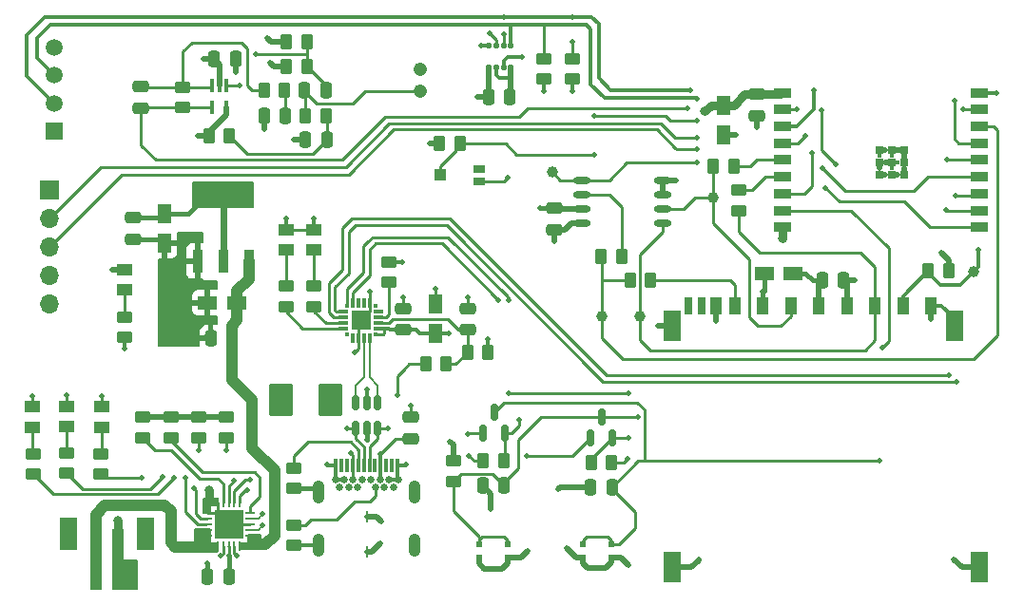
<source format=gbr>
%TF.GenerationSoftware,KiCad,Pcbnew,8.0.7*%
%TF.CreationDate,2024-12-27T11:50:54+11:00*%
%TF.ProjectId,ESP32 sensor board,45535033-3220-4736-956e-736f7220626f,rev?*%
%TF.SameCoordinates,Original*%
%TF.FileFunction,Copper,L1,Top*%
%TF.FilePolarity,Positive*%
%FSLAX46Y46*%
G04 Gerber Fmt 4.6, Leading zero omitted, Abs format (unit mm)*
G04 Created by KiCad (PCBNEW 8.0.7) date 2024-12-27 11:50:54*
%MOMM*%
%LPD*%
G01*
G04 APERTURE LIST*
G04 Aperture macros list*
%AMRoundRect*
0 Rectangle with rounded corners*
0 $1 Rounding radius*
0 $2 $3 $4 $5 $6 $7 $8 $9 X,Y pos of 4 corners*
0 Add a 4 corners polygon primitive as box body*
4,1,4,$2,$3,$4,$5,$6,$7,$8,$9,$2,$3,0*
0 Add four circle primitives for the rounded corners*
1,1,$1+$1,$2,$3*
1,1,$1+$1,$4,$5*
1,1,$1+$1,$6,$7*
1,1,$1+$1,$8,$9*
0 Add four rect primitives between the rounded corners*
20,1,$1+$1,$2,$3,$4,$5,0*
20,1,$1+$1,$4,$5,$6,$7,0*
20,1,$1+$1,$6,$7,$8,$9,0*
20,1,$1+$1,$8,$9,$2,$3,0*%
G04 Aperture macros list end*
%TA.AperFunction,SMDPad,CuDef*%
%ADD10R,1.230000X1.800000*%
%TD*%
%TA.AperFunction,SMDPad,CuDef*%
%ADD11RoundRect,0.250000X0.450000X-0.262500X0.450000X0.262500X-0.450000X0.262500X-0.450000X-0.262500X0*%
%TD*%
%TA.AperFunction,SMDPad,CuDef*%
%ADD12RoundRect,0.250000X-0.475000X0.250000X-0.475000X-0.250000X0.475000X-0.250000X0.475000X0.250000X0*%
%TD*%
%TA.AperFunction,SMDPad,CuDef*%
%ADD13C,1.000000*%
%TD*%
%TA.AperFunction,SMDPad,CuDef*%
%ADD14RoundRect,0.150000X0.150000X-0.587500X0.150000X0.587500X-0.150000X0.587500X-0.150000X-0.587500X0*%
%TD*%
%TA.AperFunction,SMDPad,CuDef*%
%ADD15R,1.400000X1.000000*%
%TD*%
%TA.AperFunction,SMDPad,CuDef*%
%ADD16R,1.800000X1.230000*%
%TD*%
%TA.AperFunction,SMDPad,CuDef*%
%ADD17RoundRect,0.250000X0.475000X-0.250000X0.475000X0.250000X-0.475000X0.250000X-0.475000X-0.250000X0*%
%TD*%
%TA.AperFunction,SMDPad,CuDef*%
%ADD18RoundRect,0.250000X-0.262500X-0.450000X0.262500X-0.450000X0.262500X0.450000X-0.262500X0.450000X0*%
%TD*%
%TA.AperFunction,SMDPad,CuDef*%
%ADD19RoundRect,0.250000X-0.450000X0.262500X-0.450000X-0.262500X0.450000X-0.262500X0.450000X0.262500X0*%
%TD*%
%TA.AperFunction,SMDPad,CuDef*%
%ADD20R,0.300000X1.200000*%
%TD*%
%TA.AperFunction,ComponentPad*%
%ADD21C,0.650000*%
%TD*%
%TA.AperFunction,SMDPad,CuDef*%
%ADD22R,0.200000X1.000000*%
%TD*%
%TA.AperFunction,ComponentPad*%
%ADD23O,1.050000X2.100000*%
%TD*%
%TA.AperFunction,SMDPad,CuDef*%
%ADD24RoundRect,0.250000X0.262500X0.450000X-0.262500X0.450000X-0.262500X-0.450000X0.262500X-0.450000X0*%
%TD*%
%TA.AperFunction,SMDPad,CuDef*%
%ADD25R,0.950000X2.150000*%
%TD*%
%TA.AperFunction,SMDPad,CuDef*%
%ADD26R,3.250000X2.150000*%
%TD*%
%TA.AperFunction,SMDPad,CuDef*%
%ADD27R,0.910000X2.810000*%
%TD*%
%TA.AperFunction,SMDPad,CuDef*%
%ADD28RoundRect,0.250000X0.250000X0.475000X-0.250000X0.475000X-0.250000X-0.475000X0.250000X-0.475000X0*%
%TD*%
%TA.AperFunction,SMDPad,CuDef*%
%ADD29RoundRect,0.150000X-0.150000X0.512500X-0.150000X-0.512500X0.150000X-0.512500X0.150000X0.512500X0*%
%TD*%
%TA.AperFunction,SMDPad,CuDef*%
%ADD30RoundRect,0.100000X-0.100000X0.495000X-0.100000X-0.495000X0.100000X-0.495000X0.100000X0.495000X0*%
%TD*%
%TA.AperFunction,SMDPad,CuDef*%
%ADD31R,1.500000X0.900000*%
%TD*%
%TA.AperFunction,SMDPad,CuDef*%
%ADD32R,0.700000X0.700000*%
%TD*%
%TA.AperFunction,ComponentPad*%
%ADD33C,0.400000*%
%TD*%
%TA.AperFunction,ComponentPad*%
%ADD34R,1.508000X1.508000*%
%TD*%
%TA.AperFunction,ComponentPad*%
%ADD35C,1.508000*%
%TD*%
%TA.AperFunction,SMDPad,CuDef*%
%ADD36R,1.000000X5.500000*%
%TD*%
%TA.AperFunction,SMDPad,CuDef*%
%ADD37R,1.600000X3.000000*%
%TD*%
%TA.AperFunction,SMDPad,CuDef*%
%ADD38RoundRect,0.056250X0.168750X-0.188750X0.168750X0.188750X-0.168750X0.188750X-0.168750X-0.188750X0*%
%TD*%
%TA.AperFunction,SMDPad,CuDef*%
%ADD39R,0.550000X0.570000*%
%TD*%
%TA.AperFunction,ComponentPad*%
%ADD40C,1.208000*%
%TD*%
%TA.AperFunction,SMDPad,CuDef*%
%ADD41R,1.100000X0.800000*%
%TD*%
%TA.AperFunction,SMDPad,CuDef*%
%ADD42R,1.100000X1.000000*%
%TD*%
%TA.AperFunction,SMDPad,CuDef*%
%ADD43RoundRect,0.250000X-0.250000X-0.475000X0.250000X-0.475000X0.250000X0.475000X-0.250000X0.475000X0*%
%TD*%
%TA.AperFunction,SMDPad,CuDef*%
%ADD44RoundRect,0.062500X0.350000X0.062500X-0.350000X0.062500X-0.350000X-0.062500X0.350000X-0.062500X0*%
%TD*%
%TA.AperFunction,SMDPad,CuDef*%
%ADD45RoundRect,0.062500X0.062500X0.350000X-0.062500X0.350000X-0.062500X-0.350000X0.062500X-0.350000X0*%
%TD*%
%TA.AperFunction,HeatsinkPad*%
%ADD46R,2.500000X2.500000*%
%TD*%
%TA.AperFunction,SMDPad,CuDef*%
%ADD47R,0.300000X0.300000*%
%TD*%
%TA.AperFunction,SMDPad,CuDef*%
%ADD48R,0.300000X0.900000*%
%TD*%
%TA.AperFunction,SMDPad,CuDef*%
%ADD49R,0.900000X0.300000*%
%TD*%
%TA.AperFunction,SMDPad,CuDef*%
%ADD50R,1.800000X1.800000*%
%TD*%
%TA.AperFunction,ComponentPad*%
%ADD51R,1.700000X1.700000*%
%TD*%
%TA.AperFunction,ComponentPad*%
%ADD52O,1.700000X1.700000*%
%TD*%
%TA.AperFunction,SMDPad,CuDef*%
%ADD53O,1.600000X0.600000*%
%TD*%
%TA.AperFunction,SMDPad,CuDef*%
%ADD54R,1.000000X1.500000*%
%TD*%
%TA.AperFunction,SMDPad,CuDef*%
%ADD55R,0.700000X1.500000*%
%TD*%
%TA.AperFunction,SMDPad,CuDef*%
%ADD56R,1.500000X2.800000*%
%TD*%
%TA.AperFunction,ViaPad*%
%ADD57C,0.500000*%
%TD*%
%TA.AperFunction,ViaPad*%
%ADD58C,0.800000*%
%TD*%
%TA.AperFunction,Conductor*%
%ADD59C,1.000000*%
%TD*%
%TA.AperFunction,Conductor*%
%ADD60C,0.200000*%
%TD*%
%TA.AperFunction,Conductor*%
%ADD61C,0.254000*%
%TD*%
%TA.AperFunction,Conductor*%
%ADD62C,0.400000*%
%TD*%
%TA.AperFunction,Conductor*%
%ADD63C,0.500000*%
%TD*%
%TA.AperFunction,Conductor*%
%ADD64C,0.300000*%
%TD*%
%TA.AperFunction,Conductor*%
%ADD65C,0.800000*%
%TD*%
%TA.AperFunction,Conductor*%
%ADD66C,0.600000*%
%TD*%
%TA.AperFunction,Conductor*%
%ADD67C,0.350000*%
%TD*%
G04 APERTURE END LIST*
D10*
%TO.P,C4,1,+*%
%TO.N,3.3V*%
X125180000Y-90670000D03*
%TO.P,C4,2,-*%
%TO.N,GND*%
X125180000Y-93290000D03*
%TD*%
D11*
%TO.P,R5,1*%
%TO.N,Net-(U1-PROG1)*%
X128250000Y-110662500D03*
%TO.P,R5,2*%
%TO.N,GND*%
X128250000Y-108837500D03*
%TD*%
D12*
%TO.P,C5,1*%
%TO.N,3.3V*%
X122400000Y-91070000D03*
%TO.P,C5,2*%
%TO.N,GND*%
X122400000Y-92970000D03*
%TD*%
D13*
%TO.P,TP1,1,1*%
%TO.N,/ESP32-C3-02/MOSI_DI*%
X167550000Y-99875000D03*
%TD*%
D11*
%TO.P,R10,1*%
%TO.N,GND*%
X121600000Y-101712500D03*
%TO.P,R10,2*%
%TO.N,/PWR_LED*%
X121600000Y-99887500D03*
%TD*%
D10*
%TO.P,C9,1,+*%
%TO.N,3.3V*%
X149300000Y-101360000D03*
%TO.P,C9,2,-*%
%TO.N,GND*%
X149300000Y-98740000D03*
%TD*%
D14*
%TO.P,Q2,1,B*%
%TO.N,Net-(Q2-B)*%
X163150000Y-110687500D03*
%TO.P,Q2,2,E*%
%TO.N,/ESP32-C3-02/RTS*%
X165050000Y-110687500D03*
%TO.P,Q2,3,C*%
%TO.N,/ESP32-C3-02/EN*%
X164100000Y-108812500D03*
%TD*%
D15*
%TO.P,D3,1,K*%
%TO.N,Net-(D3-K)*%
X119583300Y-109712500D03*
%TO.P,D3,2,A*%
%TO.N,/+5V_USB*%
X119583300Y-107912500D03*
%TD*%
D16*
%TO.P,C12,1,+*%
%TO.N,3.3V*%
X181195000Y-96000000D03*
%TO.P,C12,2,-*%
%TO.N,GND*%
X178575000Y-96000000D03*
%TD*%
D15*
%TO.P,D4,1,K*%
%TO.N,/PWR_LED*%
X121600000Y-97512500D03*
%TO.P,D4,2,A*%
%TO.N,3.3V*%
X121600000Y-95712500D03*
%TD*%
D17*
%TO.P,C1,1*%
%TO.N,/VBUS*%
X147100000Y-110750000D03*
%TO.P,C1,2*%
%TO.N,GND*%
X147100000Y-108850000D03*
%TD*%
D18*
%TO.P,R12,1*%
%TO.N,/VBUS*%
X148437500Y-104100000D03*
%TO.P,R12,2*%
%TO.N,Net-(U4-VBUS)*%
X150262500Y-104100000D03*
%TD*%
D19*
%TO.P,R11,1*%
%TO.N,3.3V*%
X145200000Y-94987500D03*
%TO.P,R11,2*%
%TO.N,Net-(U4-~{RST})*%
X145200000Y-96812500D03*
%TD*%
D20*
%TO.P,J1,A1,GNDA1*%
%TO.N,GND*%
X140440800Y-113132500D03*
%TO.P,J1,A2,SSTXP1*%
%TO.N,unconnected-(J1-SSTXP1-PadA2)*%
X140940800Y-113132500D03*
%TO.P,J1,A3,SSTXN1*%
%TO.N,unconnected-(J1-SSTXN1-PadA3)*%
X141440800Y-113132500D03*
%TO.P,J1,A4,VBUSA1*%
%TO.N,/VBUS*%
X141940800Y-113132500D03*
%TO.P,J1,A5,CC1*%
%TO.N,Net-(J1-CC1)*%
X142440800Y-113132500D03*
%TO.P,J1,A6,DP1*%
%TO.N,/USB_DP*%
X142940800Y-113132500D03*
%TO.P,J1,A7,DN1*%
%TO.N,/USB_DN*%
X143440800Y-113132500D03*
%TO.P,J1,A8,SBU1*%
%TO.N,unconnected-(J1-SBU1-PadA8)*%
X143940800Y-113132500D03*
%TO.P,J1,A9,VBUSA2*%
%TO.N,/VBUS*%
X144440800Y-113132500D03*
%TO.P,J1,A10,SSRXN2*%
%TO.N,unconnected-(J1-SSRXN2-PadA10)*%
X144940800Y-113132500D03*
%TO.P,J1,A11,SSRXP2*%
%TO.N,unconnected-(J1-SSRXP2-PadA11)*%
X145440800Y-113132500D03*
%TO.P,J1,A12,GNDA2*%
%TO.N,GND*%
X145940800Y-113132500D03*
D21*
%TO.P,J1,B1,GNDB1*%
X145990800Y-114382500D03*
%TO.P,J1,B2,SSTXP2*%
%TO.N,unconnected-(J1-SSTXP2-PadB2)*%
X145590800Y-115092500D03*
%TO.P,J1,B3,SSTXN2*%
%TO.N,unconnected-(J1-SSTXN2-PadB3)*%
X144790800Y-115092500D03*
%TO.P,J1,B4,VBUSB1*%
%TO.N,/VBUS*%
X144390800Y-114382500D03*
%TO.P,J1,B5,CC2*%
%TO.N,Net-(J1-CC2)*%
X143990800Y-115092500D03*
%TO.P,J1,B6,DP2*%
%TO.N,/USB_DP*%
X143590800Y-114382500D03*
%TO.P,J1,B7,DN2*%
%TO.N,/USB_DN*%
X142790800Y-114382500D03*
%TO.P,J1,B8,SBU2*%
%TO.N,unconnected-(J1-SBU2-PadB8)*%
X142390800Y-115092500D03*
%TO.P,J1,B9,VBUSB2*%
%TO.N,/VBUS*%
X141990800Y-114382500D03*
%TO.P,J1,B10,SSRXN1*%
%TO.N,unconnected-(J1-SSRXN1-PadB10)*%
X141590800Y-115092500D03*
%TO.P,J1,B11,SSRXP1*%
%TO.N,unconnected-(J1-SSRXP1-PadB11)*%
X140790800Y-115092500D03*
%TO.P,J1,B12,GNDB2*%
%TO.N,GND*%
X140390800Y-114382500D03*
%TO.P,J1,G1,GND/SHIELD*%
X145190800Y-114382500D03*
%TO.P,J1,G2,GND/SHIELD*%
X141190800Y-114382500D03*
D22*
%TO.P,J1,G3,GND/SHIELD*%
X143190800Y-117712500D03*
%TO.P,J1,G4,GND/SHIELD*%
X143190800Y-120812500D03*
D23*
%TO.P,J1,S1,GND/SHIELD*%
X138920800Y-115532500D03*
%TO.P,J1,S2,GND/SHIELD*%
X147460800Y-115532500D03*
%TO.P,J1,S3,GND/SHIELD*%
X138920800Y-120262500D03*
%TO.P,J1,S4,GND/SHIELD*%
X147460800Y-120262500D03*
%TD*%
D24*
%TO.P,R33,1*%
%TO.N,/ESP32-C3-02/DTS*%
X155412500Y-112750000D03*
%TO.P,R33,2*%
%TO.N,Net-(Q2-B)*%
X153587500Y-112750000D03*
%TD*%
D19*
%TO.P,R31,1*%
%TO.N,Net-(U8-IN-)*%
X126825000Y-79400000D03*
%TO.P,R31,2*%
%TO.N,/ESP32-C3-02/MIC_OUT*%
X126825000Y-81225000D03*
%TD*%
D25*
%TO.P,U2,1,GND*%
%TO.N,GND*%
X128150000Y-94900000D03*
%TO.P,U2,2,VOUT_2*%
%TO.N,3.3V*%
X130450000Y-94900000D03*
%TO.P,U2,3,VIN*%
%TO.N,+5V*%
X132750000Y-94900000D03*
D26*
%TO.P,U2,4,VOUT_4*%
%TO.N,3.3V*%
X130450000Y-89100000D03*
%TD*%
D11*
%TO.P,R18,1*%
%TO.N,Net-(U4-~{RXT}{slash}GPIO.3)*%
X138500000Y-98962500D03*
%TO.P,R18,2*%
%TO.N,Net-(D6-K)*%
X138500000Y-97137500D03*
%TD*%
D24*
%TO.P,R30,1*%
%TO.N,Net-(C19-Pad2)*%
X135875000Y-79650000D03*
%TO.P,R30,2*%
%TO.N,Net-(U8-IN-)*%
X134050000Y-79650000D03*
%TD*%
D18*
%TO.P,R28,1*%
%TO.N,Net-(C17-Pad2)*%
X137750000Y-81962500D03*
%TO.P,R28,2*%
%TO.N,Net-(C16-Pad1)*%
X139575000Y-81962500D03*
%TD*%
D27*
%TO.P,F1,1,1*%
%TO.N,/VBUS*%
X139370000Y-107275000D03*
%TO.P,F1,2,2*%
%TO.N,/+5V_USB*%
X136130000Y-107275000D03*
%TD*%
D12*
%TO.P,C14,1*%
%TO.N,3.3V*%
X159900000Y-90200000D03*
%TO.P,C14,2*%
%TO.N,GND*%
X159900000Y-92100000D03*
%TD*%
D14*
%TO.P,Q3,1,B*%
%TO.N,Net-(Q3-B)*%
X153587500Y-110237500D03*
%TO.P,Q3,2,E*%
%TO.N,/ESP32-C3-02/DTS*%
X155487500Y-110237500D03*
%TO.P,Q3,3,C*%
%TO.N,/ESP32-C3-02/BOOT*%
X154537500Y-108362500D03*
%TD*%
D18*
%TO.P,R22,1*%
%TO.N,/ESP32-C3-02/MISO_DO*%
X164087500Y-94475000D03*
%TO.P,R22,2*%
%TO.N,Net-(U6-DO(IO1))*%
X165912500Y-94475000D03*
%TD*%
D28*
%TO.P,C18,1*%
%TO.N,3.3V*%
X131525000Y-76912500D03*
%TO.P,C18,2*%
%TO.N,GND*%
X129625000Y-76912500D03*
%TD*%
D29*
%TO.P,U5,1,I/O1*%
%TO.N,/ESP32-C3-02/USB_D-*%
X144150000Y-107525000D03*
%TO.P,U5,2,GND*%
%TO.N,GND*%
X143200000Y-107525000D03*
%TO.P,U5,3,I/O2*%
%TO.N,/ESP32-C3-02/USB_D+*%
X142250000Y-107525000D03*
%TO.P,U5,4,I/O2*%
%TO.N,/USB_DP*%
X142250000Y-109800000D03*
%TO.P,U5,5,VBUS*%
%TO.N,/VBUS*%
X143200000Y-109800000D03*
%TO.P,U5,6,I/O1*%
%TO.N,/USB_DN*%
X144150000Y-109800000D03*
%TD*%
D28*
%TO.P,C2,1*%
%TO.N,+5V*%
X131200000Y-101800000D03*
%TO.P,C2,2*%
%TO.N,GND*%
X129300000Y-101800000D03*
%TD*%
D11*
%TO.P,R1,1*%
%TO.N,Net-(U1-~{TE})*%
X123250000Y-110662500D03*
%TO.P,R1,2*%
%TO.N,GND*%
X123250000Y-108837500D03*
%TD*%
D12*
%TO.P,C20,1*%
%TO.N,Net-(U8-IN-)*%
X123075000Y-79362500D03*
%TO.P,C20,2*%
%TO.N,/ESP32-C3-02/MIC_OUT*%
X123075000Y-81262500D03*
%TD*%
D30*
%TO.P,U8,1,IN+*%
%TO.N,Net-(U8-IN+)*%
X130725000Y-79302500D03*
%TO.P,U8,2,GND*%
%TO.N,GND*%
X130075000Y-79302500D03*
%TO.P,U8,3,IN-*%
%TO.N,Net-(U8-IN-)*%
X129425000Y-79302500D03*
%TO.P,U8,4,OUT*%
%TO.N,/ESP32-C3-02/MIC_OUT*%
X129425000Y-81222500D03*
%TO.P,U8,5,VCC*%
%TO.N,3.3V*%
X130725000Y-81222500D03*
%TD*%
D15*
%TO.P,D6,1,K*%
%TO.N,Net-(D6-K)*%
X138500000Y-93900000D03*
%TO.P,D6,2,A*%
%TO.N,3.3V*%
X138500000Y-92100000D03*
%TD*%
D31*
%TO.P,U3,1,3V3*%
%TO.N,3.3V*%
X180226000Y-79904000D03*
%TO.P,U3,2,EN*%
%TO.N,/ESP32-C3-02/EN*%
X180226000Y-81404000D03*
%TO.P,U3,3,IO4*%
%TO.N,/ESP32-C3-02/SDA*%
X180226000Y-82904000D03*
%TO.P,U3,4,IO5*%
%TO.N,/ESP32-C3-02/MIC_OUT*%
X180226000Y-84404000D03*
%TO.P,U3,5,IO6*%
%TO.N,Net-(U3-IO6)*%
X180226000Y-85904000D03*
%TO.P,U3,6,IO7*%
%TO.N,Net-(U3-IO7)*%
X180226000Y-87404000D03*
%TO.P,U3,7,IO8*%
%TO.N,/ESP32-C3-02/GPIO8*%
X180226000Y-88904000D03*
%TO.P,U3,8,IO9*%
%TO.N,/ESP32-C3-02/BOOT*%
X180226000Y-90404000D03*
%TO.P,U3,9,GND*%
%TO.N,GND*%
X180226000Y-91904000D03*
%TO.P,U3,10,IO10*%
%TO.N,/ESP32-C3-02/CS*%
X197726000Y-91904000D03*
%TO.P,U3,11,RXD*%
%TO.N,/ESP32-C3-02/TX_RX*%
X197726000Y-90404000D03*
%TO.P,U3,12,TXD*%
%TO.N,/ESP32-C3-02/RX_TX*%
X197726000Y-88904000D03*
%TO.P,U3,13,IO18*%
%TO.N,/ESP32-C3-02/GPIO18*%
X197726000Y-87404000D03*
%TO.P,U3,14,IO19*%
%TO.N,/ESP32-C3-02/GPIO19*%
X197726000Y-85904000D03*
%TO.P,U3,15,IO3*%
%TO.N,/ESP32-C3-02/SCL*%
X197726000Y-84404000D03*
%TO.P,U3,16,IO2*%
%TO.N,/ESP32-C3-02/MISO_DO*%
X197726000Y-82904000D03*
%TO.P,U3,17,IO1*%
%TO.N,/ESP32-C3-02/PHOTO_C*%
X197726000Y-81404000D03*
%TO.P,U3,18,IO0*%
%TO.N,/ESP32-C3-02/CS_SD*%
X197726000Y-79904000D03*
D32*
%TO.P,U3,19,GND*%
%TO.N,GND*%
X188836000Y-85004000D03*
%TO.P,U3,20,GND*%
X189936000Y-85004000D03*
%TO.P,U3,21,GND*%
X191036000Y-85004000D03*
%TO.P,U3,22,GND*%
X188836000Y-86104000D03*
%TO.P,U3,23,GND*%
X189936000Y-86104000D03*
%TO.P,U3,24,GND*%
X191036000Y-86104000D03*
%TO.P,U3,25,GND*%
X188836000Y-87204000D03*
%TO.P,U3,26,GND*%
X189936000Y-87204000D03*
%TO.P,U3,27,GND*%
X191036000Y-87204000D03*
D33*
%TO.P,U3,28,GND*%
X189386000Y-85004000D03*
%TO.P,U3,29,GND*%
X190486000Y-85004000D03*
%TO.P,U3,30,GND*%
X188836000Y-85554000D03*
%TO.P,U3,31,GND*%
X189936000Y-85554000D03*
%TO.P,U3,32,GND*%
X191036000Y-85554000D03*
%TO.P,U3,33,GND*%
X189386000Y-86104000D03*
%TO.P,U3,34,GND*%
X190486000Y-86104000D03*
%TO.P,U3,35,GND*%
X188836000Y-86654000D03*
%TO.P,U3,36,GND*%
X189936000Y-86654000D03*
%TO.P,U3,37,GND*%
X191036000Y-86654000D03*
%TO.P,U3,38,GND*%
X189386000Y-87204000D03*
%TO.P,U3,39,GND*%
X190486000Y-87204000D03*
%TD*%
D13*
%TO.P,TP5,1,1*%
%TO.N,/ESP32-C3-02/CS*%
X159750000Y-87000000D03*
%TD*%
D34*
%TO.P,J4,1,1*%
%TO.N,3.3V*%
X115375000Y-83340000D03*
D35*
%TO.P,J4,2,2*%
%TO.N,/ESP32-C3-02/SDA*%
X115375000Y-80840000D03*
%TO.P,J4,3,3*%
%TO.N,/ESP32-C3-02/SCL*%
X115375000Y-78340000D03*
%TO.P,J4,4,4*%
%TO.N,GND*%
X115375000Y-75840000D03*
%TD*%
D11*
%TO.P,R8,1*%
%TO.N,/CHARGED*%
X113500000Y-113912500D03*
%TO.P,R8,2*%
%TO.N,Net-(D2-K)*%
X113500000Y-112087500D03*
%TD*%
D18*
%TO.P,R29,1*%
%TO.N,GND*%
X136050000Y-77612500D03*
%TO.P,R29,2*%
%TO.N,Net-(U8-IN+)*%
X137875000Y-77612500D03*
%TD*%
D13*
%TO.P,TP2,1,1*%
%TO.N,/ESP32-C3-02/MISO_DO*%
X164100000Y-99875000D03*
%TD*%
D18*
%TO.P,R13,1*%
%TO.N,Net-(U4-VBUS)*%
X152187500Y-103050000D03*
%TO.P,R13,2*%
%TO.N,GND*%
X154012500Y-103050000D03*
%TD*%
D36*
%TO.P,J2,1,1*%
%TO.N,/VBAT*%
X119075000Y-121475000D03*
%TO.P,J2,2,2*%
%TO.N,GND*%
X121075000Y-121475000D03*
D37*
%TO.P,J2,S1*%
%TO.N,N/C*%
X116675000Y-119225000D03*
%TO.P,J2,S2*%
X123475000Y-119225000D03*
%TD*%
D28*
%TO.P,C13,1*%
%TO.N,GND*%
X185650000Y-96650000D03*
%TO.P,C13,2*%
%TO.N,3.3V*%
X183750000Y-96650000D03*
%TD*%
D13*
%TO.P,TP3,1,1*%
%TO.N,/ESP32-C3-02/SCLK*%
X174025000Y-89225000D03*
%TD*%
D11*
%TO.P,R6,1*%
%TO.N,Net-(U1-PROG3)*%
X130700000Y-110662500D03*
%TO.P,R6,2*%
%TO.N,GND*%
X130700000Y-108837500D03*
%TD*%
D38*
%TO.P,U7,1,GND*%
%TO.N,GND*%
X154097500Y-75727500D03*
%TO.P,U7,2,CSB*%
%TO.N,3.3V*%
X154747500Y-75727500D03*
%TO.P,U7,3,SDI*%
%TO.N,/ESP32-C3-02/SDA*%
X155397500Y-75727500D03*
%TO.P,U7,4,SCK*%
%TO.N,/ESP32-C3-02/SCL*%
X156047500Y-75727500D03*
%TO.P,U7,5,SDO*%
%TO.N,GND*%
X156047500Y-77667500D03*
%TO.P,U7,6,VDDIO*%
%TO.N,3.3V*%
X155397500Y-77667500D03*
%TO.P,U7,7,GND*%
%TO.N,GND*%
X154747500Y-77667500D03*
%TO.P,U7,8,VDD*%
%TO.N,3.3V*%
X154097500Y-77667500D03*
%TD*%
D39*
%TO.P,SW1,1*%
%TO.N,GND*%
X165025000Y-121330000D03*
%TO.P,SW1,2*%
X162475000Y-121330000D03*
%TO.P,SW1,3*%
%TO.N,/ESP32-C3-02/BOOT*%
X165025000Y-120170000D03*
%TO.P,SW1,4*%
X162475000Y-120170000D03*
%TD*%
D19*
%TO.P,R3,1*%
%TO.N,Net-(J1-CC2)*%
X136725000Y-118462500D03*
%TO.P,R3,2*%
%TO.N,GND*%
X136725000Y-120287500D03*
%TD*%
D28*
%TO.P,C6,1*%
%TO.N,/+5V_USB*%
X130925000Y-123025000D03*
%TO.P,C6,2*%
%TO.N,GND*%
X129025000Y-123025000D03*
%TD*%
D18*
%TO.P,R34,1*%
%TO.N,/ESP32-C3-02/RTS*%
X163187500Y-112850000D03*
%TO.P,R34,2*%
%TO.N,Net-(Q3-B)*%
X165012500Y-112850000D03*
%TD*%
D40*
%TO.P,MK1,GND*%
%TO.N,GND*%
X147962500Y-77850000D03*
%TO.P,MK1,OUT*%
%TO.N,Net-(C17-Pad2)*%
X147962500Y-79750000D03*
%TD*%
D16*
%TO.P,C3,1,+*%
%TO.N,+5V*%
X131660000Y-98625000D03*
%TO.P,C3,2,-*%
%TO.N,GND*%
X129040000Y-98625000D03*
%TD*%
D41*
%TO.P,Q1,1*%
%TO.N,GND*%
X153255000Y-87800000D03*
%TO.P,Q1,2*%
%TO.N,N/C*%
X153255000Y-86700000D03*
D42*
%TO.P,Q1,3*%
%TO.N,/ESP32-C3-02/PHOTO_C*%
X149745000Y-87250000D03*
%TD*%
D28*
%TO.P,C17,1*%
%TO.N,Net-(U8-IN+)*%
X139562500Y-79700000D03*
%TO.P,C17,2*%
%TO.N,Net-(C17-Pad2)*%
X137662500Y-79700000D03*
%TD*%
D18*
%TO.P,R23,1*%
%TO.N,3.3V*%
X149687500Y-84450000D03*
%TO.P,R23,2*%
%TO.N,/ESP32-C3-02/PHOTO_C*%
X151512500Y-84450000D03*
%TD*%
D11*
%TO.P,R32,1*%
%TO.N,/ESP32-C3-02/EN*%
X150900000Y-114562500D03*
%TO.P,R32,2*%
%TO.N,3.3V*%
X150900000Y-112737500D03*
%TD*%
D43*
%TO.P,C19,1*%
%TO.N,GND*%
X134062500Y-81962500D03*
%TO.P,C19,2*%
%TO.N,Net-(C19-Pad2)*%
X135962500Y-81962500D03*
%TD*%
D44*
%TO.P,U1,1,OUT*%
%TO.N,+5V*%
X132847500Y-119360000D03*
%TO.P,U1,2,VPCC*%
%TO.N,/+5V_USB*%
X132847500Y-118860000D03*
%TO.P,U1,3,SEL*%
%TO.N,GND*%
X132847500Y-118360000D03*
%TO.P,U1,4,PROG2*%
%TO.N,/+5V_USB*%
X132847500Y-117860000D03*
%TO.P,U1,5,THERM*%
%TO.N,Net-(U1-THERM)*%
X132847500Y-117360000D03*
D45*
%TO.P,U1,6,~{PG}*%
%TO.N,/CHARGING_POWER_GOOD*%
X131910000Y-116422500D03*
%TO.P,U1,7,STAT2*%
%TO.N,/CHARGING*%
X131410000Y-116422500D03*
%TO.P,U1,8,STAT1/~{LBO}*%
%TO.N,/CHARGED*%
X130910000Y-116422500D03*
%TO.P,U1,9,~{TE}*%
%TO.N,Net-(U1-~{TE})*%
X130410000Y-116422500D03*
%TO.P,U1,10,V_{SS}*%
%TO.N,GND*%
X129910000Y-116422500D03*
D44*
%TO.P,U1,11,V_{SS}*%
X128972500Y-117360000D03*
%TO.P,U1,12,PROG3*%
%TO.N,Net-(U1-PROG3)*%
X128972500Y-117860000D03*
%TO.P,U1,13,PROG1*%
%TO.N,Net-(U1-PROG1)*%
X128972500Y-118360000D03*
%TO.P,U1,14,V_{BAT}*%
%TO.N,/VBAT*%
X128972500Y-118860000D03*
%TO.P,U1,15,V_{BAT}*%
X128972500Y-119360000D03*
D45*
%TO.P,U1,16,V_{BAT_SENSE}*%
X129910000Y-120297500D03*
%TO.P,U1,17,CE*%
%TO.N,/+5V_USB*%
X130410000Y-120297500D03*
%TO.P,U1,18,IN*%
X130910000Y-120297500D03*
%TO.P,U1,19,IN*%
X131410000Y-120297500D03*
%TO.P,U1,20,OUT*%
%TO.N,+5V*%
X131910000Y-120297500D03*
D46*
%TO.P,U1,21,V_{SS}*%
%TO.N,GND*%
X130910000Y-118360000D03*
%TD*%
D11*
%TO.P,R7,1*%
%TO.N,/CHARGING_POWER_GOOD*%
X116500000Y-113850000D03*
%TO.P,R7,2*%
%TO.N,Net-(D1-K)*%
X116500000Y-112025000D03*
%TD*%
%TO.P,R25,1*%
%TO.N,3.3V*%
X161500000Y-78712500D03*
%TO.P,R25,2*%
%TO.N,/ESP32-C3-02/SDA*%
X161500000Y-76887500D03*
%TD*%
D18*
%TO.P,R19,1*%
%TO.N,/ESP32-C3-02/CS_SD*%
X193187500Y-95800000D03*
%TO.P,R19,2*%
%TO.N,3.3V*%
X195012500Y-95800000D03*
%TD*%
D47*
%TO.P,U4,1,RS485/GPIO.1*%
%TO.N,unconnected-(U4-RS485{slash}GPIO.1-Pad1)*%
X141450000Y-101450000D03*
D48*
%TO.P,U4,2,CLK/GPIO.0*%
%TO.N,unconnected-(U4-CLK{slash}GPIO.0-Pad2)*%
X141950000Y-101750000D03*
%TO.P,U4,3,GND*%
%TO.N,GND*%
X142450000Y-101750000D03*
%TO.P,U4,4,D+*%
%TO.N,/ESP32-C3-02/USB_D+*%
X142950000Y-101750000D03*
%TO.P,U4,5,D-*%
%TO.N,/ESP32-C3-02/USB_D-*%
X143450000Y-101750000D03*
D47*
%TO.P,U4,6,VDD*%
%TO.N,3.3V*%
X143950000Y-101450000D03*
D49*
%TO.P,U4,7,VREGIN*%
X144250000Y-100950000D03*
%TO.P,U4,8,VBUS*%
%TO.N,Net-(U4-VBUS)*%
X144250000Y-100450000D03*
%TO.P,U4,9,~{RST}*%
%TO.N,Net-(U4-~{RST})*%
X144250000Y-99950000D03*
%TO.P,U4,10,NC*%
%TO.N,unconnected-(U4-NC-Pad10)*%
X144250000Y-99450000D03*
D47*
%TO.P,U4,11,~{SUSPEND}*%
%TO.N,unconnected-(U4-~{SUSPEND}-Pad11)*%
X143950000Y-98950000D03*
D48*
%TO.P,U4,12,GND*%
%TO.N,GND*%
X143450000Y-98650000D03*
%TO.P,U4,13,~{WAKEUP}*%
%TO.N,unconnected-(U4-~{WAKEUP}-Pad13)*%
X142950000Y-98650000D03*
%TO.P,U4,14,SUSPEND*%
%TO.N,unconnected-(U4-SUSPEND-Pad14)*%
X142450000Y-98650000D03*
%TO.P,U4,15,~{CTS}*%
%TO.N,/ESP32-C3-02/DTS*%
X141950000Y-98650000D03*
D47*
%TO.P,U4,16,~{RTS}*%
%TO.N,/ESP32-C3-02/RTS*%
X141450000Y-98950000D03*
D49*
%TO.P,U4,17,RXD*%
%TO.N,/ESP32-C3-02/RX_TX*%
X141150000Y-99450000D03*
%TO.P,U4,18,TXD*%
%TO.N,/ESP32-C3-02/TX_RX*%
X141150000Y-99950000D03*
%TO.P,U4,19,~{RXT}/GPIO.3*%
%TO.N,Net-(U4-~{RXT}{slash}GPIO.3)*%
X141150000Y-100450000D03*
%TO.P,U4,20,~{TXT}/GPIO.2*%
%TO.N,Net-(U4-~{TXT}{slash}GPIO.2)*%
X141150000Y-100950000D03*
D50*
%TO.P,U4,21,GND*%
%TO.N,GND*%
X142700000Y-100200000D03*
%TD*%
D28*
%TO.P,C21,1*%
%TO.N,/ESP32-C3-02/BOOT*%
X165050000Y-115050000D03*
%TO.P,C21,2*%
%TO.N,GND*%
X163150000Y-115050000D03*
%TD*%
D15*
%TO.P,D5,1,K*%
%TO.N,Net-(D5-K)*%
X136000000Y-93900000D03*
%TO.P,D5,2,A*%
%TO.N,3.3V*%
X136000000Y-92100000D03*
%TD*%
D18*
%TO.P,R20,1*%
%TO.N,/ESP32-C3-02/SCLK*%
X174062500Y-86450000D03*
%TO.P,R20,2*%
%TO.N,Net-(U3-IO6)*%
X175887500Y-86450000D03*
%TD*%
D17*
%TO.P,C11,1*%
%TO.N,Net-(U4-VBUS)*%
X152200000Y-101050000D03*
%TO.P,C11,2*%
%TO.N,GND*%
X152200000Y-99150000D03*
%TD*%
D51*
%TO.P,J6,1,Pin_1*%
%TO.N,3.3V*%
X114925000Y-88565000D03*
D52*
%TO.P,J6,2,Pin_2*%
%TO.N,/ESP32-C3-02/GPIO8*%
X114925000Y-91105000D03*
%TO.P,J6,3,Pin_3*%
%TO.N,/ESP32-C3-02/GPIO18*%
X114925000Y-93645000D03*
%TO.P,J6,4,Pin_4*%
%TO.N,/ESP32-C3-02/GPIO19*%
X114925000Y-96185000D03*
%TO.P,J6,5,Pin_5*%
%TO.N,GND*%
X114925000Y-98725000D03*
%TD*%
D28*
%TO.P,C15,1*%
%TO.N,GND*%
X155922500Y-80300000D03*
%TO.P,C15,2*%
%TO.N,3.3V*%
X154022500Y-80300000D03*
%TD*%
%TO.P,C22,1*%
%TO.N,/ESP32-C3-02/EN*%
X155450000Y-114950000D03*
%TO.P,C22,2*%
%TO.N,GND*%
X153550000Y-114950000D03*
%TD*%
D15*
%TO.P,D2,1,K*%
%TO.N,Net-(D2-K)*%
X113416700Y-109712500D03*
%TO.P,D2,2,A*%
%TO.N,/+5V_USB*%
X113416700Y-107912500D03*
%TD*%
D28*
%TO.P,C16,1*%
%TO.N,Net-(C16-Pad1)*%
X139662500Y-84112500D03*
%TO.P,C16,2*%
%TO.N,GND*%
X137762500Y-84112500D03*
%TD*%
D24*
%TO.P,R16,1*%
%TO.N,Net-(J3-DAT0)*%
X168487500Y-96625000D03*
%TO.P,R16,2*%
%TO.N,/ESP32-C3-02/MISO_DO*%
X166662500Y-96625000D03*
%TD*%
D10*
%TO.P,C7,1,+*%
%TO.N,3.3V*%
X174950000Y-81030000D03*
%TO.P,C7,2,-*%
%TO.N,GND*%
X174950000Y-83650000D03*
%TD*%
D13*
%TO.P,TP4,1,1*%
%TO.N,/ESP32-C3-02/CS_SD*%
X197225000Y-95875000D03*
%TD*%
D15*
%TO.P,D1,1,K*%
%TO.N,Net-(D1-K)*%
X116500000Y-109650000D03*
%TO.P,D1,2,A*%
%TO.N,/+5V_USB*%
X116500000Y-107850000D03*
%TD*%
D39*
%TO.P,SW2,1*%
%TO.N,GND*%
X155737500Y-121330000D03*
%TO.P,SW2,2*%
X153187500Y-121330000D03*
%TO.P,SW2,3*%
%TO.N,/ESP32-C3-02/EN*%
X155737500Y-120170000D03*
%TO.P,SW2,4*%
X153187500Y-120170000D03*
%TD*%
D24*
%TO.P,R27,1*%
%TO.N,Net-(U8-IN+)*%
X137875000Y-75350000D03*
%TO.P,R27,2*%
%TO.N,3.3V*%
X136050000Y-75350000D03*
%TD*%
%TO.P,R26,1*%
%TO.N,Net-(C16-Pad1)*%
X130987500Y-83762500D03*
%TO.P,R26,2*%
%TO.N,3.3V*%
X129162500Y-83762500D03*
%TD*%
D53*
%TO.P,U6,1,~{CS}*%
%TO.N,/ESP32-C3-02/CS*%
X162400000Y-87695000D03*
%TO.P,U6,2,DO(IO1)*%
%TO.N,Net-(U6-DO(IO1))*%
X162400000Y-88965000D03*
%TO.P,U6,3,~{WP}(IO2)*%
%TO.N,3.3V*%
X162400000Y-90235000D03*
%TO.P,U6,4,GND*%
%TO.N,GND*%
X162400000Y-91505000D03*
%TO.P,U6,5,DI(IO0)*%
%TO.N,/ESP32-C3-02/MOSI_DI*%
X169600000Y-91505000D03*
%TO.P,U6,6,CLK*%
%TO.N,/ESP32-C3-02/SCLK*%
X169600000Y-90235000D03*
%TO.P,U6,7,~{HOLD}/~{RESET}(IO3)*%
%TO.N,3.3V*%
X169600000Y-88965000D03*
%TO.P,U6,8,VCC*%
X169600000Y-87695000D03*
%TD*%
D11*
%TO.P,R9,1*%
%TO.N,/CHARGING*%
X119500000Y-113912500D03*
%TO.P,R9,2*%
%TO.N,Net-(D3-K)*%
X119500000Y-112087500D03*
%TD*%
D54*
%TO.P,J3,1,CD/DAT3*%
%TO.N,/ESP32-C3-02/CS_SD*%
X190951000Y-98900000D03*
%TO.P,J3,2,CMD*%
%TO.N,/ESP32-C3-02/MOSI_DI*%
X188451000Y-98900000D03*
%TO.P,J3,3,VSS1*%
%TO.N,GND*%
X185951000Y-98900000D03*
%TO.P,J3,4,VDD1*%
%TO.N,3.3V*%
X183451000Y-98900000D03*
%TO.P,J3,5,CLK*%
%TO.N,/ESP32-C3-02/SCLK*%
X180951000Y-98900000D03*
%TO.P,J3,6,VSS2*%
%TO.N,GND*%
X178451000Y-98900000D03*
%TO.P,J3,7,DAT0*%
%TO.N,Net-(J3-DAT0)*%
X176026000Y-98900000D03*
%TO.P,J3,8,DAT1*%
%TO.N,GND*%
X174326000Y-98900000D03*
%TO.P,J3,9,DAT2*%
X193451000Y-98900000D03*
D55*
%TO.P,J3,CD_IND,CD_IND*%
%TO.N,unconnected-(J3-PadCD_IND)*%
X173026000Y-98900000D03*
D56*
%TO.P,J3,G1,SHIELD_GND*%
%TO.N,GND*%
X170426000Y-100700000D03*
%TO.P,J3,G2,SHIELD_GND*%
X195526000Y-100700000D03*
%TO.P,J3,G3,SHIELD_GND*%
X197726000Y-122200000D03*
%TO.P,J3,G4,SHIELD_GND*%
X170426000Y-122200000D03*
D55*
%TO.P,J3,WP,WP*%
%TO.N,unconnected-(J3-PadWP)*%
X171826000Y-98900000D03*
%TD*%
D12*
%TO.P,C8,1*%
%TO.N,3.3V*%
X177950000Y-80050000D03*
%TO.P,C8,2*%
%TO.N,GND*%
X177950000Y-81950000D03*
%TD*%
D11*
%TO.P,R24,1*%
%TO.N,3.3V*%
X158965000Y-78712500D03*
%TO.P,R24,2*%
%TO.N,/ESP32-C3-02/SCL*%
X158965000Y-76887500D03*
%TD*%
D17*
%TO.P,C10,1*%
%TO.N,3.3V*%
X146450000Y-101050000D03*
%TO.P,C10,2*%
%TO.N,GND*%
X146450000Y-99150000D03*
%TD*%
D11*
%TO.P,R14,1*%
%TO.N,Net-(U4-~{TXT}{slash}GPIO.2)*%
X136000000Y-98962500D03*
%TO.P,R14,2*%
%TO.N,Net-(D5-K)*%
X136000000Y-97137500D03*
%TD*%
%TO.P,R2,1*%
%TO.N,Net-(U1-THERM)*%
X125750000Y-110662500D03*
%TO.P,R2,2*%
%TO.N,GND*%
X125750000Y-108837500D03*
%TD*%
D19*
%TO.P,R4,1*%
%TO.N,Net-(J1-CC1)*%
X136725000Y-113362500D03*
%TO.P,R4,2*%
%TO.N,GND*%
X136725000Y-115187500D03*
%TD*%
D11*
%TO.P,R15,1*%
%TO.N,/ESP32-C3-02/MOSI_DI*%
X176350000Y-90437500D03*
%TO.P,R15,2*%
%TO.N,Net-(U3-IO7)*%
X176350000Y-88612500D03*
%TD*%
D57*
%TO.N,/+5V_USB*%
X134950000Y-107200000D03*
X134950000Y-108150000D03*
X119583300Y-106916700D03*
X134950000Y-106350000D03*
X130225000Y-121200000D03*
X133925000Y-118475000D03*
X116500000Y-106900000D03*
X113400000Y-106950000D03*
X130925000Y-121200000D03*
X131600000Y-121200000D03*
X133950000Y-117475000D03*
%TO.N,GND*%
X176050000Y-83650000D03*
X149350000Y-97350000D03*
X126800000Y-93300000D03*
X159900000Y-93125000D03*
X186700000Y-96650000D03*
X154000000Y-101850000D03*
X129500000Y-108837500D03*
X174326000Y-100300000D03*
X127000000Y-97500000D03*
X125500000Y-95500000D03*
X152200000Y-98150000D03*
D58*
X180250000Y-92925000D03*
D57*
X134062000Y-83150000D03*
X157500000Y-120750000D03*
X166500000Y-122000000D03*
X193450000Y-100100000D03*
X169100000Y-100700000D03*
X146675000Y-113050000D03*
X161000000Y-120500000D03*
X147100000Y-107800000D03*
X139700000Y-113050000D03*
X177950000Y-83000000D03*
D58*
X129150000Y-115325000D03*
D57*
X125500000Y-99500000D03*
X155750000Y-87500000D03*
X122100000Y-122175000D03*
X134575000Y-77262500D03*
X156047000Y-78587500D03*
X127000000Y-108837500D03*
X146450000Y-98150000D03*
X143200000Y-106362500D03*
X154250000Y-117000000D03*
X127000000Y-99500000D03*
X128700000Y-76900000D03*
X122100000Y-123850000D03*
X153375000Y-75750000D03*
X172750000Y-121500000D03*
X121600000Y-102725000D03*
X129025000Y-121850000D03*
X195500000Y-121500000D03*
X144457500Y-118120000D03*
X142150000Y-103025000D03*
X136725000Y-84112500D03*
D58*
X121075000Y-118025000D03*
D57*
X160250000Y-115250000D03*
X125500000Y-101500000D03*
X178450000Y-97650000D03*
X144377500Y-120090000D03*
X125500000Y-97500000D03*
X127000000Y-101500000D03*
X122100000Y-122975000D03*
X143450000Y-97650000D03*
X124475000Y-108837500D03*
%TO.N,3.3V*%
X158950000Y-79775000D03*
D58*
X173325000Y-81575000D03*
D57*
X134325000Y-75012500D03*
X120500000Y-95712500D03*
X154175000Y-74600000D03*
X182725000Y-96450000D03*
X128175000Y-89825000D03*
X153050000Y-80300000D03*
X157050000Y-76725000D03*
X150475000Y-101400000D03*
X170750000Y-87695000D03*
X161525000Y-79750000D03*
X150600000Y-110975000D03*
X146400000Y-95000000D03*
X132675000Y-89825000D03*
X148775000Y-84450000D03*
X128175000Y-88400000D03*
X128175000Y-89100000D03*
X128150000Y-83750000D03*
X158625000Y-90225000D03*
X132675000Y-88400000D03*
X136000000Y-91125000D03*
X194325000Y-94200000D03*
X132675000Y-89100000D03*
X138500000Y-91100000D03*
X131550000Y-78100000D03*
%TO.N,/ESP32-C3-02/MIC_OUT*%
X182250000Y-83750000D03*
X171725000Y-81275000D03*
%TO.N,/ESP32-C3-02/EN*%
X167329600Y-108812500D03*
X185000000Y-86325000D03*
X181525000Y-81425000D03*
X183700000Y-81450000D03*
%TO.N,Net-(U1-PROG1)*%
X128250000Y-111750000D03*
X127050000Y-114200000D03*
%TO.N,/USB_DN*%
X145050000Y-109800000D03*
%TO.N,Net-(U1-PROG3)*%
X130700000Y-111750000D03*
X127775000Y-115200000D03*
%TO.N,/CHARGING_POWER_GOOD*%
X125000000Y-114125000D03*
X132525000Y-115375000D03*
%TO.N,/CHARGED*%
X126025000Y-114225000D03*
X131400000Y-114475000D03*
%TO.N,/USB_DP*%
X141450000Y-109800000D03*
%TO.N,Net-(Q2-B)*%
X152325000Y-112300000D03*
X157425000Y-112300000D03*
%TO.N,/ESP32-C3-02/RTS*%
X155850000Y-98400000D03*
X166500000Y-106700000D03*
X166500000Y-110687500D03*
X155850000Y-106700000D03*
%TO.N,/ESP32-C3-02/BOOT*%
X189145000Y-102605000D03*
X188850000Y-112725000D03*
%TO.N,/ESP32-C3-02/DTS*%
X154950000Y-98400000D03*
X156800000Y-109050000D03*
%TO.N,Net-(Q3-B)*%
X152225000Y-110325000D03*
X166425000Y-112525000D03*
%TO.N,/ESP32-C3-02/CS*%
X172575000Y-86150000D03*
X184075000Y-88375000D03*
%TO.N,/ESP32-C3-02/CS_SD*%
X199297500Y-79904000D03*
X197700000Y-93900000D03*
%TO.N,/ESP32-C3-02/SCL*%
X172600000Y-80425000D03*
X195525000Y-80650000D03*
%TO.N,/ESP32-C3-02/SDA*%
X161500000Y-75400000D03*
X161500000Y-73150000D03*
X183000000Y-79675000D03*
X155400000Y-74675000D03*
X155400000Y-73150000D03*
X172025000Y-79675000D03*
%TO.N,/ESP32-C3-02/PHOTO_C*%
X196275000Y-81400000D03*
X163425000Y-85425000D03*
X172600000Y-82375000D03*
X163425000Y-81950000D03*
%TO.N,/ESP32-C3-02/GPIO19*%
X194860000Y-85910000D03*
%TO.N,/ESP32-C3-02/GPIO8*%
X182825000Y-85250000D03*
X172575000Y-83950000D03*
%TO.N,/ESP32-C3-02/GPIO18*%
X183775000Y-86625000D03*
X172575000Y-84975000D03*
%TO.N,/ESP32-C3-02/TX_RX*%
X195070000Y-105050000D03*
X194775000Y-90400000D03*
%TO.N,/ESP32-C3-02/RX_TX*%
X195650000Y-89100000D03*
X195680000Y-105650000D03*
%TO.N,Net-(U8-IN+)*%
X131875000Y-79302500D03*
X133293300Y-76450000D03*
%TO.N,/VBUS*%
X143200000Y-110850000D03*
X140500000Y-108150000D03*
X144450000Y-112100000D03*
X141750000Y-112000000D03*
X140500000Y-107250000D03*
X145900000Y-106900000D03*
X140500000Y-106350000D03*
%TO.N,/CHARGING*%
X132850000Y-114400000D03*
X123150000Y-114192500D03*
%TD*%
D59*
%TO.N,+5V*%
X133050000Y-120200000D02*
X134175000Y-120200000D01*
X134175000Y-120200000D02*
X134975000Y-119400000D01*
X134975000Y-119400000D02*
X134975000Y-113575000D01*
X134975000Y-113575000D02*
X133000000Y-111600000D01*
X133000000Y-111600000D02*
X133000000Y-107275000D01*
X131200000Y-105475000D02*
X131200000Y-101800000D01*
X133000000Y-107275000D02*
X131200000Y-105475000D01*
D60*
%TO.N,/ESP32-C3-02/USB_D-*%
X144150000Y-107525000D02*
X144150000Y-105996875D01*
X144150000Y-105996875D02*
X143450000Y-105296875D01*
X143450000Y-105296875D02*
X143450000Y-101750000D01*
%TO.N,/ESP32-C3-02/USB_D+*%
X142250000Y-107525000D02*
X142250000Y-105987500D01*
X142250000Y-105987500D02*
X142950000Y-105287500D01*
X142950000Y-105287500D02*
X142950000Y-101750000D01*
%TO.N,/+5V_USB*%
X133925000Y-118475000D02*
X133540000Y-118860000D01*
D61*
X130410000Y-121015000D02*
X130225000Y-121200000D01*
D60*
X130910000Y-120297500D02*
X130900000Y-120307500D01*
D61*
X113400000Y-106950000D02*
X113416700Y-106966700D01*
X116500000Y-106900000D02*
X116500000Y-107850000D01*
X130410000Y-120297500D02*
X130410000Y-121015000D01*
D60*
X133565000Y-117860000D02*
X132847500Y-117860000D01*
D61*
X113416700Y-106966700D02*
X113416700Y-107912500D01*
D60*
X133950000Y-117475000D02*
X133565000Y-117860000D01*
D62*
X130925000Y-121200000D02*
X130925000Y-123025000D01*
D61*
X130910000Y-120297500D02*
X130910000Y-121185000D01*
X119583300Y-106916700D02*
X119583300Y-107912500D01*
D60*
X130910000Y-121185000D02*
X130925000Y-121200000D01*
D61*
X131410000Y-121010000D02*
X131600000Y-121200000D01*
D60*
X133540000Y-118860000D02*
X132847500Y-118860000D01*
D61*
X131410000Y-120297500D02*
X131410000Y-121010000D01*
D63*
%TO.N,GND*%
X134062500Y-82855700D02*
X134062500Y-81962500D01*
D64*
X194400000Y-98900000D02*
X195526000Y-100026000D01*
D63*
X155225000Y-122350000D02*
X155737500Y-121837500D01*
X170426000Y-122200000D02*
X172125000Y-122200000D01*
X188836000Y-86654000D02*
X188836000Y-86104000D01*
D61*
X146450000Y-98150000D02*
X146450000Y-99150000D01*
D63*
X176050000Y-83650000D02*
X174950000Y-83650000D01*
D61*
X154012500Y-101862500D02*
X154000000Y-101850000D01*
X180250000Y-92925000D02*
X180226000Y-92901000D01*
D63*
X155737500Y-121837500D02*
X155737500Y-121330000D01*
X153650000Y-122350000D02*
X155225000Y-122350000D01*
D64*
X139782500Y-113132500D02*
X139700000Y-113050000D01*
D63*
X129300000Y-98885000D02*
X129040000Y-98625000D01*
X195526000Y-99711600D02*
X195131500Y-100106100D01*
D62*
X136725000Y-115187500D02*
X138575800Y-115187500D01*
D63*
X193451000Y-100099000D02*
X193451000Y-98900000D01*
X155820000Y-121330000D02*
X155840000Y-121350000D01*
X188836000Y-85004000D02*
X189386000Y-85004000D01*
D64*
X146592500Y-113132500D02*
X146675000Y-113050000D01*
X145190800Y-114382500D02*
X145990800Y-114382500D01*
D61*
X129910000Y-117360000D02*
X130910000Y-118360000D01*
D64*
X140390800Y-114382500D02*
X141190800Y-114382500D01*
D63*
X155985000Y-79885000D02*
X155923000Y-79947500D01*
X193450000Y-100100000D02*
X193451000Y-100099000D01*
X143191300Y-120812000D02*
X143190800Y-120812500D01*
D64*
X154747500Y-78347500D02*
X154975000Y-78575000D01*
D61*
X142450000Y-102725000D02*
X142150000Y-103025000D01*
D63*
X170426000Y-100700000D02*
X170376000Y-100750000D01*
X130700000Y-108837500D02*
X130700500Y-108838000D01*
X185951000Y-98900000D02*
X185951000Y-96951000D01*
X153550000Y-114950000D02*
X154250000Y-115650000D01*
X189386000Y-87204000D02*
X188836000Y-87204000D01*
D65*
X121075000Y-118025000D02*
X121075000Y-121475000D01*
D64*
X140440800Y-113132500D02*
X140440800Y-114332500D01*
D63*
X147578000Y-115650000D02*
X147460500Y-115532000D01*
X155985000Y-79885000D02*
X155922500Y-79947500D01*
D61*
X149350000Y-97350000D02*
X149350000Y-98690000D01*
D63*
X156920000Y-121330000D02*
X157500000Y-120750000D01*
D64*
X154012500Y-103050000D02*
X154012500Y-101862500D01*
D63*
X162475000Y-121330000D02*
X162475000Y-121875000D01*
D64*
X193451000Y-98900000D02*
X194400000Y-98900000D01*
D61*
X142450000Y-100450000D02*
X142700000Y-100200000D01*
X128972500Y-117360000D02*
X128972000Y-117360000D01*
D64*
X123275000Y-108812500D02*
X123250000Y-108837500D01*
D63*
X147460800Y-115532800D02*
X147460800Y-115532500D01*
X143191300Y-120812000D02*
X143655500Y-120812000D01*
D64*
X154747500Y-77667500D02*
X154747500Y-78347500D01*
D61*
X178450000Y-97650000D02*
X178451000Y-97651000D01*
X130910000Y-118270000D02*
X131880000Y-117300000D01*
D62*
X122400000Y-92970000D02*
X124860000Y-92970000D01*
D61*
X131070000Y-118360000D02*
X132070000Y-117360000D01*
D62*
X178575000Y-97525000D02*
X178450000Y-97650000D01*
D63*
X162475000Y-121875000D02*
X162900000Y-122300000D01*
X121599500Y-101712000D02*
X121600000Y-101712500D01*
D61*
X128972500Y-117360000D02*
X129910000Y-117360000D01*
D63*
X134062000Y-83150000D02*
X134062000Y-82856200D01*
X161830000Y-121330000D02*
X161000000Y-120500000D01*
D61*
X130910000Y-118360000D02*
X130620000Y-118360000D01*
D63*
X136050000Y-77612500D02*
X134925000Y-77612500D01*
D61*
X152200000Y-98150000D02*
X152200000Y-99150000D01*
D62*
X178451000Y-97651000D02*
X178451000Y-98900000D01*
D65*
X129150000Y-115325000D02*
X129150000Y-116375000D01*
D62*
X124860000Y-92970000D02*
X125180000Y-93290000D01*
D63*
X130075000Y-77362500D02*
X129625000Y-76912500D01*
D64*
X153375000Y-75750000D02*
X154075000Y-75750000D01*
X121600000Y-102725000D02*
X121600000Y-101712500D01*
D63*
X129625000Y-76912500D02*
X129862000Y-76912500D01*
X159900000Y-92100000D02*
X160825000Y-92100000D01*
D64*
X140440800Y-114332500D02*
X140390800Y-114382500D01*
D63*
X162900000Y-122300000D02*
X164453554Y-122300000D01*
D61*
X142450000Y-101750000D02*
X142450000Y-102725000D01*
D63*
X124475000Y-108837500D02*
X123250000Y-108837500D01*
X134925000Y-77612500D02*
X134575000Y-77262500D01*
D61*
X143450000Y-99450000D02*
X142700000Y-100200000D01*
X130910000Y-118360000D02*
X131070000Y-118360000D01*
D63*
X177950000Y-81950000D02*
X177950000Y-83000000D01*
X191036000Y-85554000D02*
X191036000Y-85004000D01*
X128125000Y-94925000D02*
X128150000Y-94900000D01*
D64*
X154975000Y-78575000D02*
X155150000Y-78575000D01*
D63*
X185951000Y-96951000D02*
X185650000Y-96650000D01*
X153187500Y-121887500D02*
X153650000Y-122350000D01*
D64*
X138895800Y-120287500D02*
X138920800Y-120262500D01*
D63*
X129040000Y-101540000D02*
X129300000Y-101800000D01*
X129500000Y-108837500D02*
X127000000Y-108837500D01*
X155922500Y-79947500D02*
X155922500Y-80300000D01*
D61*
X149350000Y-98690000D02*
X149300000Y-98740000D01*
D63*
X127000000Y-108837500D02*
X124475000Y-108837500D01*
D61*
X155450000Y-87800000D02*
X155750000Y-87500000D01*
D62*
X178575000Y-96000000D02*
X178575000Y-97525000D01*
D63*
X156047000Y-79822500D02*
X155985000Y-79885000D01*
X153187500Y-121330000D02*
X153187500Y-121887500D01*
X130075000Y-79302500D02*
X130075000Y-77756300D01*
X156047000Y-77667500D02*
X156047000Y-78587500D01*
X121075000Y-121475000D02*
X121250000Y-121475000D01*
X191036000Y-85554000D02*
X191036000Y-86104000D01*
D64*
X143200000Y-107525000D02*
X143200000Y-106362500D01*
D63*
X196200000Y-122200000D02*
X195500000Y-121500000D01*
D61*
X129910000Y-116422500D02*
X129910000Y-117360000D01*
D63*
X154250000Y-116550000D02*
X154250000Y-117000000D01*
X163150000Y-115050000D02*
X160450000Y-115050000D01*
X190486000Y-85004000D02*
X189936000Y-85004000D01*
X165025000Y-121330000D02*
X165830000Y-121330000D01*
X143190500Y-117712000D02*
X143191300Y-117712000D01*
X189386000Y-86104000D02*
X189936000Y-86104000D01*
X161420000Y-91505000D02*
X162400000Y-91505000D01*
D64*
X140440800Y-113132500D02*
X139782500Y-113132500D01*
D63*
X136725000Y-84112500D02*
X137762500Y-84112500D01*
X143191300Y-117712000D02*
X144049500Y-117712000D01*
X121600000Y-101712000D02*
X121599500Y-101712000D01*
D64*
X145940800Y-113132500D02*
X146592500Y-113132500D01*
D63*
X143191300Y-117712000D02*
X143190800Y-117712500D01*
X165830000Y-121330000D02*
X166500000Y-122000000D01*
X155737500Y-121330000D02*
X156920000Y-121330000D01*
X143190500Y-120812000D02*
X143191300Y-120812000D01*
X123500000Y-108838000D02*
X123499500Y-108837500D01*
X144049500Y-117712000D02*
X144457500Y-118120000D01*
D61*
X153255000Y-87800000D02*
X155450000Y-87800000D01*
D65*
X180226000Y-92901000D02*
X180226000Y-91904000D01*
D63*
X130700000Y-108837500D02*
X129500000Y-108837500D01*
X125750000Y-108838000D02*
X125750000Y-108837500D01*
X165025000Y-121728554D02*
X165025000Y-121330000D01*
X160450000Y-115050000D02*
X160250000Y-115250000D01*
X197726000Y-122200000D02*
X196200000Y-122200000D01*
X129612500Y-76900000D02*
X129625000Y-76912500D01*
X190486000Y-87204000D02*
X189936000Y-87204000D01*
X190486000Y-85004000D02*
X191036000Y-85004000D01*
D61*
X132847500Y-118360000D02*
X130910000Y-118360000D01*
D63*
X172125000Y-122200000D02*
X172750000Y-121575000D01*
D64*
X145940800Y-114332500D02*
X145990800Y-114382500D01*
D63*
X143655500Y-120812000D02*
X144377500Y-120090000D01*
D64*
X195526000Y-100026000D02*
X195526000Y-100700000D01*
D63*
X147695500Y-115768000D02*
X147578000Y-115650000D01*
X174326000Y-98900000D02*
X174326000Y-100300000D01*
X169100000Y-100700000D02*
X170426000Y-100700000D01*
D61*
X147100000Y-107800000D02*
X147100000Y-108850000D01*
D64*
X155162500Y-78587500D02*
X156047000Y-78587500D01*
D63*
X121687500Y-101800000D02*
X121600000Y-101712500D01*
X193451000Y-98900000D02*
X193451000Y-98800000D01*
D64*
X136725000Y-120287500D02*
X138895800Y-120287500D01*
D61*
X143450000Y-98650000D02*
X143450000Y-99450000D01*
D62*
X129025000Y-123025000D02*
X129025000Y-121850000D01*
D63*
X128700000Y-76900000D02*
X129612500Y-76900000D01*
X134062000Y-81962500D02*
X134062000Y-82856200D01*
X156047000Y-78587500D02*
X156047000Y-79822500D01*
D64*
X155150000Y-78575000D02*
X155162500Y-78587500D01*
D63*
X162475000Y-121330000D02*
X161830000Y-121330000D01*
X164453554Y-122300000D02*
X165025000Y-121728554D01*
D61*
X154075000Y-75750000D02*
X154097500Y-75727500D01*
D63*
X123499500Y-108837500D02*
X123250000Y-108837500D01*
X172750000Y-121575000D02*
X172750000Y-121500000D01*
X185650000Y-96650000D02*
X186700000Y-96650000D01*
D61*
X143450000Y-97650000D02*
X143450000Y-98650000D01*
D63*
X195526000Y-100700000D02*
X195526000Y-99711600D01*
D62*
X138575800Y-115187500D02*
X138920800Y-115532500D01*
D63*
X154250000Y-115650000D02*
X154250000Y-116550000D01*
X134062000Y-82856200D02*
X134062500Y-82855700D01*
X191036000Y-86654000D02*
X191036000Y-87204000D01*
X130075000Y-77756300D02*
X130075000Y-77362500D01*
X159900000Y-93125000D02*
X159900000Y-92100000D01*
X147578000Y-115650000D02*
X147460800Y-115532800D01*
D61*
X130910000Y-118360000D02*
X130910000Y-118270000D01*
D63*
X155737500Y-121330000D02*
X155820000Y-121330000D01*
X160825000Y-92100000D02*
X161420000Y-91505000D01*
D64*
X145940800Y-113132500D02*
X145940800Y-114332500D01*
D63*
X128250500Y-108838000D02*
X128250000Y-108837500D01*
D61*
X142450000Y-101750000D02*
X142450000Y-100450000D01*
D63*
%TO.N,3.3V*%
X128162500Y-83762500D02*
X129162000Y-83762500D01*
X169600000Y-87695000D02*
X169600000Y-88965000D01*
X148775000Y-84450000D02*
X149687500Y-84450000D01*
D61*
X161500000Y-79725000D02*
X161525000Y-79750000D01*
D63*
X129162000Y-83606200D02*
X129162500Y-83606700D01*
D62*
X124780000Y-91070000D02*
X122400000Y-91070000D01*
D65*
X173325000Y-81575000D02*
X173850000Y-81050000D01*
D63*
X154060000Y-79910000D02*
X154022500Y-79947500D01*
X134662500Y-75350000D02*
X134325000Y-75012500D01*
D62*
X182925000Y-96650000D02*
X183750000Y-96650000D01*
D63*
X150900000Y-112738000D02*
X150900000Y-112737500D01*
X150600000Y-110975000D02*
X150900000Y-111275000D01*
D61*
X154175000Y-74600000D02*
X154747500Y-75172500D01*
D63*
X170750000Y-87695000D02*
X169600000Y-87695000D01*
D64*
X136000000Y-91125000D02*
X136000000Y-92100000D01*
D63*
X180080000Y-80050000D02*
X180226000Y-79904000D01*
D65*
X176850000Y-80050000D02*
X175870000Y-81030000D01*
D64*
X146400000Y-95000000D02*
X146387500Y-94987500D01*
D61*
X154023000Y-77592500D02*
X154097000Y-77667500D01*
D63*
X129162500Y-83606700D02*
X129162500Y-83762500D01*
X154097000Y-78700000D02*
X154097000Y-79150000D01*
D64*
X144250000Y-100950000D02*
X144725000Y-100950000D01*
D62*
X125180000Y-90670000D02*
X124780000Y-91070000D01*
D63*
X131550000Y-78100000D02*
X131550000Y-76937500D01*
X129162000Y-83450000D02*
X129162000Y-83606200D01*
D64*
X144725000Y-100950000D02*
X145150000Y-100950000D01*
D63*
X153050000Y-80300000D02*
X154022500Y-80300000D01*
X154097000Y-79150000D02*
X154097000Y-79872500D01*
D64*
X147910000Y-101360000D02*
X149300000Y-101360000D01*
D63*
X128150000Y-83750000D02*
X128162500Y-83762500D01*
X183451000Y-96949000D02*
X183750000Y-96650000D01*
D62*
X127330000Y-90670000D02*
X125180000Y-90670000D01*
D64*
X150475000Y-101400000D02*
X149340000Y-101400000D01*
D63*
X154060000Y-79910000D02*
X154023000Y-79947500D01*
D64*
X138500000Y-91100000D02*
X138500000Y-92100000D01*
D61*
X144725000Y-101400000D02*
X144725000Y-100950000D01*
X144675000Y-101450000D02*
X144725000Y-101400000D01*
D64*
X149340000Y-101400000D02*
X149300000Y-101360000D01*
D62*
X182275000Y-96000000D02*
X182925000Y-96650000D01*
D63*
X195012500Y-94887500D02*
X195012500Y-95800000D01*
X159900000Y-90200000D02*
X159935000Y-90235000D01*
D61*
X154747500Y-75172500D02*
X154747500Y-75727500D01*
D64*
X146450000Y-101050000D02*
X147600000Y-101050000D01*
D62*
X158625000Y-90225000D02*
X158650000Y-90200000D01*
D64*
X155397500Y-77052500D02*
X155725000Y-76725000D01*
D63*
X130725000Y-81887500D02*
X129162000Y-83450000D01*
X120500000Y-95712500D02*
X121600000Y-95712500D01*
D62*
X158650000Y-90200000D02*
X159900000Y-90200000D01*
D63*
X154022500Y-79947500D02*
X154022500Y-80300000D01*
D64*
X124740000Y-90700000D02*
X124750000Y-90690000D01*
X161500000Y-78712500D02*
X161500000Y-79725000D01*
D63*
X154097000Y-77667500D02*
X154097000Y-78700000D01*
X194325000Y-94200000D02*
X195012500Y-94887500D01*
X129162000Y-83762500D02*
X129162000Y-83606200D01*
D61*
X143950000Y-101450000D02*
X144675000Y-101450000D01*
D63*
X130725000Y-81222500D02*
X130725000Y-81887500D01*
X150900000Y-111275000D02*
X150900000Y-112737500D01*
X159935000Y-90235000D02*
X162400000Y-90235000D01*
X136050000Y-75350000D02*
X134662500Y-75350000D01*
X131550000Y-76937500D02*
X131525000Y-76912500D01*
D64*
X145250000Y-101050000D02*
X146450000Y-101050000D01*
D63*
X183451000Y-98900000D02*
X183451000Y-96949000D01*
D65*
X177950000Y-80050000D02*
X176850000Y-80050000D01*
X175870000Y-81030000D02*
X174950000Y-81030000D01*
D64*
X158965000Y-78712500D02*
X158965000Y-79760000D01*
X145150000Y-100950000D02*
X145250000Y-101050000D01*
D65*
X177950000Y-80050000D02*
X180080000Y-80050000D01*
D61*
X154023000Y-79727000D02*
X154023000Y-79947500D01*
D63*
X154097000Y-79872500D02*
X154060000Y-79910000D01*
D62*
X128175000Y-89825000D02*
X127330000Y-90670000D01*
X181195000Y-96000000D02*
X182275000Y-96000000D01*
D64*
X155397500Y-77667500D02*
X155397500Y-77052500D01*
D61*
X136000000Y-92100000D02*
X138500000Y-92100000D01*
X158965000Y-79760000D02*
X158950000Y-79775000D01*
X174930000Y-81050000D02*
X174950000Y-81030000D01*
D64*
X147600000Y-101050000D02*
X147910000Y-101360000D01*
X155725000Y-76725000D02*
X157050000Y-76725000D01*
D66*
X130450000Y-94900000D02*
X130450000Y-89100000D01*
D65*
X173850000Y-81050000D02*
X174930000Y-81050000D01*
D64*
X146387500Y-94987500D02*
X145200000Y-94987500D01*
D59*
%TO.N,+5V*%
X131660000Y-98625000D02*
X131660000Y-97590000D01*
X131660000Y-97590000D02*
X132750000Y-96500000D01*
X132750000Y-96500000D02*
X132750000Y-94900000D01*
X131200000Y-100675000D02*
X131660000Y-100215000D01*
X131200000Y-101800000D02*
X131200000Y-100675000D01*
X131660000Y-100215000D02*
X131660000Y-98625000D01*
D61*
%TO.N,Net-(D3-K)*%
X119583000Y-112004500D02*
X119500000Y-112087500D01*
X119666500Y-112004500D02*
X119750000Y-112088000D01*
X119583000Y-110816500D02*
X119583000Y-111921000D01*
X119583000Y-111921000D02*
X119666500Y-112004500D01*
X119583300Y-110816200D02*
X119583300Y-109712500D01*
X119583000Y-110816500D02*
X119583300Y-110816200D01*
X119666500Y-112004500D02*
X119583000Y-112004500D01*
X119583000Y-109712000D02*
X119583000Y-110816500D01*
%TO.N,Net-(D5-K)*%
X136000000Y-97137500D02*
X136000000Y-93900000D01*
%TO.N,/ESP32-C3-02/MIC_OUT*%
X129422500Y-81225000D02*
X129425000Y-81222500D01*
X156775000Y-82050000D02*
X144850000Y-82050000D01*
X157550000Y-81275000D02*
X156775000Y-82050000D01*
X141000000Y-85900000D02*
X124400000Y-85900000D01*
X171725000Y-81275000D02*
X157550000Y-81275000D01*
X124400000Y-85900000D02*
X123075000Y-84575000D01*
X144850000Y-82050000D02*
X141000000Y-85900000D01*
X123396500Y-81225000D02*
X123112000Y-81225000D01*
X181596000Y-84404000D02*
X180226000Y-84404000D01*
X182250000Y-83750000D02*
X181596000Y-84404000D01*
X123112000Y-81225000D02*
X123075000Y-81262500D01*
X126825000Y-81225000D02*
X123396500Y-81225000D01*
X123075000Y-84575000D02*
X123075000Y-81262500D01*
X126825000Y-81225000D02*
X129422500Y-81225000D01*
%TO.N,/ESP32-C3-02/EN*%
X155400000Y-119450000D02*
X153500000Y-119450000D01*
X153500000Y-119450000D02*
X153187500Y-119762500D01*
X183700000Y-81450000D02*
X183700000Y-85025000D01*
X183700000Y-85025000D02*
X185000000Y-86325000D01*
X181525000Y-81425000D02*
X180247000Y-81425000D01*
X153187500Y-119762500D02*
X153187500Y-120170000D01*
X155450000Y-115123300D02*
X155450000Y-114950000D01*
X158737500Y-108812500D02*
X164100000Y-108812500D01*
X156675000Y-113400000D02*
X156675000Y-110875000D01*
X156675000Y-110875000D02*
X158737500Y-108812500D01*
X155450000Y-114950000D02*
X154362500Y-113862500D01*
X150900000Y-114562500D02*
X150900000Y-117200000D01*
X180247000Y-81425000D02*
X180226000Y-81404000D01*
X180041100Y-81404000D02*
X180226000Y-81404000D01*
X155450000Y-114950000D02*
X155450000Y-114625000D01*
X150900000Y-117200000D02*
X153187500Y-119487500D01*
X154362500Y-113862500D02*
X151600000Y-113862500D01*
X167329600Y-108812500D02*
X164100000Y-108812500D01*
X151600000Y-113862500D02*
X150900000Y-114562500D01*
X155737500Y-120170000D02*
X155737500Y-119787500D01*
X155737500Y-119787500D02*
X155400000Y-119450000D01*
X155450000Y-114625000D02*
X156675000Y-113400000D01*
X153187500Y-119487500D02*
X153187500Y-120170000D01*
%TO.N,Net-(J1-CC1)*%
X141750000Y-111050000D02*
X138000000Y-111050000D01*
X142440800Y-111740800D02*
X141750000Y-111050000D01*
X142440800Y-113132500D02*
X142440800Y-111740800D01*
X136725000Y-112325000D02*
X136725000Y-113362500D01*
X138000000Y-111050000D02*
X136725000Y-112325000D01*
%TO.N,Net-(J1-CC2)*%
X143990800Y-115809200D02*
X143990800Y-115092500D01*
X137737500Y-118462500D02*
X138250000Y-117950000D01*
X136725000Y-118462500D02*
X137737500Y-118462500D01*
X140550000Y-117950000D02*
X142150000Y-116350000D01*
X143450000Y-116350000D02*
X143990800Y-115809200D01*
X142150000Y-116350000D02*
X143450000Y-116350000D01*
X138250000Y-117950000D02*
X140550000Y-117950000D01*
D59*
%TO.N,/VBAT*%
X125750000Y-117225000D02*
X125750000Y-120000000D01*
X119900000Y-116675000D02*
X125200000Y-116675000D01*
X125200000Y-116675000D02*
X125750000Y-117225000D01*
X119075000Y-121475000D02*
X119075000Y-117500000D01*
X125750000Y-120000000D02*
X126150000Y-120400000D01*
X126150000Y-120400000D02*
X129050000Y-120400000D01*
X119075000Y-117500000D02*
X119900000Y-116675000D01*
D61*
%TO.N,Net-(U1-PROG1)*%
X128250000Y-111750000D02*
X128250000Y-110662500D01*
X127050000Y-117250000D02*
X128160000Y-118360000D01*
X128160000Y-118360000D02*
X128918000Y-118360000D01*
X128250500Y-110662000D02*
X128250000Y-110662500D01*
X127050000Y-114200000D02*
X127050000Y-117250000D01*
%TO.N,/USB_DN*%
X144150000Y-110762500D02*
X144150000Y-109800000D01*
X145050000Y-109800000D02*
X144150000Y-109800000D01*
X143440800Y-113132500D02*
X143452400Y-113120900D01*
X143440800Y-111471700D02*
X144150000Y-110762500D01*
X143427500Y-113096000D02*
X143452400Y-113120900D01*
X144150000Y-109900000D02*
X144050000Y-109800000D01*
X143440800Y-113132500D02*
X143440800Y-111471700D01*
X143452400Y-113120900D02*
X143463500Y-113132000D01*
%TO.N,Net-(U1-PROG3)*%
X127975000Y-115400000D02*
X127975000Y-117450000D01*
X127975000Y-117450000D02*
X128385000Y-117860000D01*
X128385000Y-117860000D02*
X128972000Y-117860000D01*
X128972000Y-117860000D02*
X128972500Y-117860000D01*
X127775000Y-115200000D02*
X127975000Y-115400000D01*
X130700500Y-110662000D02*
X130700000Y-110662500D01*
X130700000Y-111750000D02*
X130700000Y-110662500D01*
%TO.N,/PWR_LED*%
X121600000Y-99887500D02*
X121600000Y-99888000D01*
X121600000Y-97512500D02*
X121600000Y-99887500D01*
%TO.N,/CHARGING_POWER_GOOD*%
X132525000Y-115375000D02*
X132375000Y-115375000D01*
X131910000Y-115840000D02*
X131910000Y-116422500D01*
X123884800Y-115240200D02*
X117890200Y-115240200D01*
X117890200Y-115240200D02*
X116500000Y-113850000D01*
X125000000Y-114125000D02*
X123884800Y-115240200D01*
X132375000Y-115375000D02*
X131910000Y-115840000D01*
%TO.N,/CHARGED*%
X115277700Y-115690200D02*
X113500000Y-113912500D01*
X130910000Y-114965000D02*
X130910000Y-116422500D01*
X131400000Y-114475000D02*
X130910000Y-114965000D01*
X124559800Y-115690200D02*
X115277700Y-115690200D01*
X126025000Y-114225000D02*
X124559800Y-115690200D01*
%TO.N,Net-(U1-~{TE})*%
X123250000Y-110662500D02*
X124362500Y-111775000D01*
X128300000Y-114300000D02*
X129975000Y-114300000D01*
X125775000Y-111775000D02*
X128300000Y-114300000D01*
X130410000Y-114735000D02*
X130410000Y-116422500D01*
X124362500Y-111775000D02*
X125775000Y-111775000D01*
X123500000Y-110662000D02*
X123250500Y-110662000D01*
X123250500Y-110662000D02*
X123250000Y-110662500D01*
X129975000Y-114300000D02*
X130410000Y-114735000D01*
%TO.N,Net-(U1-THERM)*%
X133700000Y-114200000D02*
X133700000Y-115950000D01*
X133700000Y-115950000D02*
X132848000Y-116802000D01*
X132848000Y-116802000D02*
X132848000Y-117306000D01*
X125750000Y-110950000D02*
X128546000Y-113746000D01*
X125750000Y-110662500D02*
X125750000Y-110950000D01*
X133246000Y-113746000D02*
X133700000Y-114200000D01*
X125750000Y-110662000D02*
X125750000Y-110662500D01*
X128546000Y-113746000D02*
X133246000Y-113746000D01*
%TO.N,/USB_DP*%
X142250000Y-110762500D02*
X142250000Y-109800000D01*
X142947500Y-113116000D02*
X142952400Y-113120900D01*
X142940800Y-111453300D02*
X142250000Y-110762500D01*
X142940800Y-113132500D02*
X142952400Y-113120900D01*
X142940800Y-113132500D02*
X142940800Y-111453300D01*
X141450000Y-109800000D02*
X142250000Y-109800000D01*
X142952400Y-113120900D02*
X142963500Y-113132000D01*
%TO.N,Net-(Q2-B)*%
X152325000Y-112300000D02*
X152775000Y-112750000D01*
X161537500Y-112300000D02*
X163150000Y-110687500D01*
X152775000Y-112750000D02*
X153587500Y-112750000D01*
X157425000Y-112300000D02*
X161537500Y-112300000D01*
%TO.N,/ESP32-C3-02/RTS*%
X165050000Y-110687500D02*
X163187500Y-112550000D01*
X155850000Y-98200000D02*
X155850000Y-98400000D01*
X155650000Y-98000000D02*
X155850000Y-98200000D01*
X166500000Y-106750000D02*
X166450000Y-106700000D01*
X142900000Y-95300000D02*
X142900000Y-93600000D01*
X141450000Y-98950000D02*
X141450000Y-97400000D01*
X144850000Y-92800000D02*
X150250000Y-92800000D01*
X141450000Y-97400000D02*
X141900000Y-96950000D01*
X142900000Y-95950000D02*
X142900000Y-95300000D01*
X165050000Y-110687500D02*
X166500000Y-110687500D01*
X150450000Y-92800000D02*
X155650000Y-98000000D01*
X150250000Y-92800000D02*
X150450000Y-92800000D01*
X166477300Y-106772700D02*
X166500000Y-106750000D01*
X163187500Y-112550000D02*
X163187500Y-112850000D01*
X142900000Y-93600000D02*
X143350000Y-93150000D01*
X143700000Y-92800000D02*
X144850000Y-92800000D01*
X166450000Y-106700000D02*
X155850000Y-106700000D01*
X141900000Y-96950000D02*
X142900000Y-95950000D01*
X143350000Y-93150000D02*
X143700000Y-92800000D01*
%TO.N,Net-(U4-VBUS)*%
X152200000Y-103037500D02*
X152187500Y-103050000D01*
X151350000Y-101050000D02*
X152200000Y-101050000D01*
X145200000Y-100450000D02*
X145550000Y-100100000D01*
X150400000Y-100100000D02*
X151350000Y-101050000D01*
X144250000Y-100450000D02*
X145200000Y-100450000D01*
X145550000Y-100100000D02*
X150400000Y-100100000D01*
X151137500Y-104100000D02*
X152187500Y-103050000D01*
X152200000Y-101050000D02*
X152200000Y-103037500D01*
X150262500Y-104100000D02*
X151137500Y-104100000D01*
%TO.N,/ESP32-C3-02/BOOT*%
X167258900Y-107508900D02*
X155391100Y-107508900D01*
X167916100Y-108166100D02*
X167258900Y-107508900D01*
X162825000Y-119450000D02*
X164625000Y-119450000D01*
X167100000Y-118700000D02*
X167100000Y-117273300D01*
X164625000Y-119450000D02*
X165025000Y-119850000D01*
X188850000Y-112725000D02*
X188833600Y-112741400D01*
X165630000Y-120170000D02*
X167100000Y-118700000D01*
X155391100Y-107508900D02*
X154537500Y-108362500D01*
X162475000Y-119800000D02*
X162825000Y-119450000D01*
X189145000Y-102605000D02*
X189720000Y-102030000D01*
X188833600Y-112741400D02*
X167916100Y-112741400D01*
X165025000Y-120170000D02*
X165630000Y-120170000D01*
X186360000Y-90410000D02*
X180232000Y-90410000D01*
X165025000Y-119850000D02*
X165025000Y-120170000D01*
X189720000Y-102030000D02*
X189720000Y-93770000D01*
X167358600Y-112741400D02*
X165050000Y-115050000D01*
X165050000Y-115223300D02*
X165050000Y-115050000D01*
X167916100Y-112741400D02*
X167358600Y-112741400D01*
X180232000Y-90410000D02*
X180226000Y-90404000D01*
X167100000Y-117273300D02*
X165050000Y-115223300D01*
X162475000Y-120170000D02*
X162475000Y-119800000D01*
X167916100Y-112741400D02*
X167916100Y-108166100D01*
X189720000Y-93770000D02*
X186360000Y-90410000D01*
%TO.N,/ESP32-C3-02/DTS*%
X143450000Y-93900000D02*
X143450000Y-96200000D01*
X144000000Y-93350000D02*
X143450000Y-93900000D01*
X156800000Y-109550000D02*
X156112500Y-110237500D01*
X156112500Y-110237500D02*
X155487500Y-110237500D01*
X155487500Y-112675000D02*
X155412500Y-112750000D01*
X156800000Y-109050000D02*
X156800000Y-109550000D01*
X149900000Y-93350000D02*
X144000000Y-93350000D01*
X154950000Y-98400000D02*
X149900000Y-93350000D01*
X143450000Y-96200000D02*
X141950000Y-97700000D01*
X141950000Y-97700000D02*
X141950000Y-98650000D01*
X155487500Y-110237500D02*
X155487500Y-112675000D01*
%TO.N,Net-(Q3-B)*%
X152312500Y-110237500D02*
X153587500Y-110237500D01*
X165012500Y-112850000D02*
X166100000Y-112850000D01*
X152225000Y-110325000D02*
X152312500Y-110237500D01*
X166100000Y-112850000D02*
X166425000Y-112525000D01*
%TO.N,/ESP32-C3-02/SCLK*%
X174062500Y-86450000D02*
X174062500Y-89187500D01*
X180075000Y-100725000D02*
X180951000Y-99849000D01*
X172450000Y-89225000D02*
X174025000Y-89225000D01*
X177225000Y-99925000D02*
X178025000Y-100725000D01*
X169600000Y-90235000D02*
X171440000Y-90235000D01*
X174062500Y-89187500D02*
X174025000Y-89225000D01*
X178025000Y-100725000D02*
X180075000Y-100725000D01*
X174025000Y-89225000D02*
X174025000Y-91550000D01*
X177225000Y-94750000D02*
X177225000Y-99925000D01*
X171440000Y-90235000D02*
X172450000Y-89225000D01*
X174025000Y-91550000D02*
X177225000Y-94750000D01*
X180951000Y-99849000D02*
X180951000Y-98900000D01*
%TO.N,Net-(U4-~{RST})*%
X144900000Y-99950000D02*
X145200000Y-99650000D01*
X145200000Y-99650000D02*
X145200000Y-96812500D01*
X144250000Y-99950000D02*
X144900000Y-99950000D01*
%TO.N,Net-(U4-~{RXT}{slash}GPIO.3)*%
X141150000Y-100450000D02*
X139550000Y-100450000D01*
X138500000Y-99400000D02*
X138500000Y-98962500D01*
X139550000Y-100450000D02*
X138500000Y-99400000D01*
%TO.N,Net-(U4-~{TXT}{slash}GPIO.2)*%
X137500000Y-100950000D02*
X136000000Y-99450000D01*
X136000000Y-99450000D02*
X136000000Y-98962500D01*
X141150000Y-100950000D02*
X137500000Y-100950000D01*
%TO.N,/ESP32-C3-02/CS*%
X191025000Y-89575000D02*
X193354000Y-91904000D01*
X160445000Y-87695000D02*
X162400000Y-87695000D01*
X159750000Y-87000000D02*
X160445000Y-87695000D01*
X184075000Y-88375000D02*
X185275000Y-89575000D01*
X162400000Y-87695000D02*
X164830000Y-87695000D01*
X193354000Y-91904000D02*
X197726000Y-91904000D01*
X185275000Y-89575000D02*
X191025000Y-89575000D01*
X164830000Y-87695000D02*
X166375000Y-86150000D01*
X166375000Y-86150000D02*
X172575000Y-86150000D01*
%TO.N,/ESP32-C3-02/MOSI_DI*%
X187150000Y-94175000D02*
X188451000Y-95476000D01*
X167550000Y-94325000D02*
X167550000Y-99875000D01*
X176350000Y-92325000D02*
X178200000Y-94175000D01*
X167550000Y-101975000D02*
X167550000Y-99875000D01*
X168450000Y-102875000D02*
X167550000Y-101975000D01*
X188451000Y-98900000D02*
X188451000Y-101999000D01*
X188451000Y-95476000D02*
X188451000Y-98900000D01*
X178200000Y-94175000D02*
X187150000Y-94175000D01*
X169600000Y-92275000D02*
X167550000Y-94325000D01*
X169600000Y-91505000D02*
X169600000Y-92275000D01*
X176350000Y-90437500D02*
X176350000Y-92325000D01*
X187575000Y-102875000D02*
X168450000Y-102875000D01*
X188451000Y-101999000D02*
X187575000Y-102875000D01*
%TO.N,/ESP32-C3-02/MISO_DO*%
X164100000Y-99875000D02*
X164100000Y-96675000D01*
X199400000Y-83275000D02*
X199400000Y-101550000D01*
X164100000Y-96675000D02*
X164100000Y-94487500D01*
X164100000Y-101775000D02*
X164100000Y-99875000D01*
X166662500Y-96625000D02*
X164150000Y-96625000D01*
X197726000Y-82904000D02*
X199029000Y-82904000D01*
X199029000Y-82904000D02*
X199400000Y-83275000D01*
D64*
X164100000Y-94487500D02*
X164087500Y-94475000D01*
D61*
X164150000Y-96625000D02*
X164100000Y-96675000D01*
X166000000Y-103675000D02*
X164100000Y-101775000D01*
X199400000Y-101550000D02*
X197275000Y-103675000D01*
X197275000Y-103675000D02*
X166000000Y-103675000D01*
D64*
%TO.N,/ESP32-C3-02/CS_SD*%
X197225000Y-95875000D02*
X196025000Y-97075000D01*
X190951000Y-98036500D02*
X193187500Y-95800000D01*
X197700000Y-93900000D02*
X197700000Y-95400000D01*
X197700000Y-95400000D02*
X197225000Y-95875000D01*
X197726000Y-79904000D02*
X199297500Y-79904000D01*
X193187500Y-95987500D02*
X193187500Y-95800000D01*
X194275000Y-97075000D02*
X193187500Y-95987500D01*
X190951000Y-98900000D02*
X190951000Y-98036500D01*
X196025000Y-97075000D02*
X194275000Y-97075000D01*
%TO.N,/ESP32-C3-02/SCL*%
X172600000Y-80425000D02*
X172575000Y-80400000D01*
X156047500Y-75727500D02*
X156047300Y-75727700D01*
X115000000Y-73850000D02*
X113850000Y-75000000D01*
X163150000Y-74250000D02*
X162750000Y-73850000D01*
D61*
X195929000Y-84404000D02*
X195525000Y-84000000D01*
D64*
X156050000Y-75725000D02*
X156047500Y-75727500D01*
D61*
X158965000Y-76887500D02*
X158965000Y-73885000D01*
D64*
X156050000Y-73850000D02*
X156050000Y-75725000D01*
X113850000Y-76815000D02*
X115375000Y-78340000D01*
X164400000Y-80400000D02*
X163150000Y-79150000D01*
X156050000Y-73850000D02*
X159000000Y-73850000D01*
D61*
X156047300Y-75727700D02*
X156105000Y-75785000D01*
D64*
X156050000Y-73850000D02*
X115000000Y-73850000D01*
X113850000Y-75000000D02*
X113850000Y-76815000D01*
D61*
X158965000Y-73885000D02*
X159000000Y-73850000D01*
X197726000Y-84404000D02*
X195929000Y-84404000D01*
D64*
X163150000Y-79150000D02*
X163150000Y-74250000D01*
X162750000Y-73850000D02*
X159000000Y-73850000D01*
D61*
X195525000Y-84000000D02*
X195525000Y-80650000D01*
X156047000Y-75727500D02*
X156047300Y-75727700D01*
D64*
X172575000Y-80400000D02*
X164400000Y-80400000D01*
%TO.N,/ESP32-C3-02/SDA*%
X163250000Y-73150000D02*
X163100000Y-73150000D01*
X172025000Y-79675000D02*
X164900000Y-79675000D01*
X112950000Y-74750000D02*
X112950000Y-78415000D01*
X112950000Y-78415000D02*
X115375000Y-80840000D01*
X183000000Y-79675000D02*
X183000000Y-81425000D01*
D61*
X161500000Y-76887500D02*
X161500000Y-75400000D01*
D64*
X155400000Y-73150000D02*
X161500000Y-73150000D01*
X163850000Y-73750000D02*
X163250000Y-73150000D01*
X114550000Y-73150000D02*
X112950000Y-74750000D01*
X181521000Y-82904000D02*
X180226000Y-82904000D01*
X114550000Y-73150000D02*
X155400000Y-73150000D01*
D61*
X155397000Y-75487500D02*
X155397000Y-74678000D01*
X155397000Y-74678000D02*
X155400000Y-74675000D01*
X155397000Y-75487500D02*
X155397000Y-75727500D01*
D64*
X164900000Y-79675000D02*
X163850000Y-78625000D01*
X161500000Y-73150000D02*
X163100000Y-73150000D01*
X163850000Y-78625000D02*
X163850000Y-73750000D01*
X183000000Y-81425000D02*
X181521000Y-82904000D01*
D61*
%TO.N,/ESP32-C3-02/PHOTO_C*%
X163425000Y-81975000D02*
X163500000Y-82050000D01*
X149745000Y-87250000D02*
X149745000Y-86473300D01*
X156554000Y-85454000D02*
X155550000Y-84450000D01*
X163396000Y-85454000D02*
X156554000Y-85454000D01*
X170275000Y-82375000D02*
X169850000Y-81950000D01*
X163425000Y-81950000D02*
X163425000Y-81975000D01*
X163425000Y-85425000D02*
X163396000Y-85454000D01*
X155550000Y-84450000D02*
X151512500Y-84450000D01*
X172600000Y-82375000D02*
X170275000Y-82375000D01*
X197726000Y-81404000D02*
X196279000Y-81404000D01*
X169850000Y-81950000D02*
X163425000Y-81950000D01*
X149745000Y-86473300D02*
X151215900Y-85002400D01*
X196279000Y-81404000D02*
X196275000Y-81400000D01*
%TO.N,/ESP32-C3-02/GPIO19*%
X194866000Y-85904000D02*
X197726000Y-85904000D01*
X194860000Y-85910000D02*
X194866000Y-85904000D01*
%TO.N,/ESP32-C3-02/GPIO8*%
X169375000Y-82650000D02*
X169675000Y-82950000D01*
X182196000Y-88904000D02*
X180226000Y-88904000D01*
X182825000Y-85250000D02*
X182825000Y-88275000D01*
X161700000Y-82650000D02*
X167700000Y-82650000D01*
X141325000Y-86525000D02*
X119490000Y-86525000D01*
X161700000Y-82650000D02*
X145200000Y-82650000D01*
X167700000Y-82650000D02*
X169375000Y-82650000D01*
X182825000Y-88275000D02*
X182196000Y-88904000D01*
X145200000Y-82650000D02*
X141325000Y-86525000D01*
X119490000Y-86525000D02*
X114920000Y-91095000D01*
X169675000Y-82950000D02*
X170675000Y-83950000D01*
X170675000Y-83950000D02*
X172575000Y-83950000D01*
%TO.N,/ESP32-C3-02/GPIO18*%
X183775000Y-86625000D02*
X185825000Y-88675000D01*
X160382200Y-83200000D02*
X169050000Y-83200000D01*
X170700000Y-84850000D02*
X170825000Y-84975000D01*
X141600000Y-87200000D02*
X145600000Y-83200000D01*
X170825000Y-84975000D02*
X172575000Y-84975000D01*
X121355000Y-87200000D02*
X141600000Y-87200000D01*
X191950000Y-88675000D02*
X193221000Y-87404000D01*
X114920000Y-93635000D02*
X121355000Y-87200000D01*
X169050000Y-83200000D02*
X170700000Y-84850000D01*
X185825000Y-88675000D02*
X191950000Y-88675000D01*
X193221000Y-87404000D02*
X197726000Y-87404000D01*
X145600000Y-83200000D02*
X160382200Y-83200000D01*
%TO.N,/ESP32-C3-02/TX_RX*%
X164550000Y-105050000D02*
X150600000Y-91100000D01*
X141000000Y-95700000D02*
X139800000Y-96900000D01*
X139800000Y-99500000D02*
X140250000Y-99950000D01*
X140250000Y-99950000D02*
X141150000Y-99950000D01*
X139800000Y-96900000D02*
X139800000Y-99500000D01*
X141000000Y-92000000D02*
X141000000Y-95700000D01*
X194779000Y-90404000D02*
X194775000Y-90400000D01*
X141900000Y-91100000D02*
X141000000Y-92000000D01*
X197726000Y-90404000D02*
X194779000Y-90404000D01*
X195070000Y-105050000D02*
X164550000Y-105050000D01*
X150600000Y-91100000D02*
X141900000Y-91100000D01*
%TO.N,/ESP32-C3-02/RX_TX*%
X142200000Y-91700000D02*
X141600000Y-92300000D01*
X164250000Y-105650000D02*
X150300000Y-91700000D01*
X141600000Y-92300000D02*
X141600000Y-96000000D01*
X141600000Y-96000000D02*
X140350000Y-97250000D01*
D60*
X197530000Y-89100000D02*
X197726000Y-88904000D01*
D61*
X140500000Y-99450000D02*
X141150000Y-99450000D01*
X140350000Y-97250000D02*
X140350000Y-99300000D01*
X150300000Y-91700000D02*
X142200000Y-91700000D01*
X195680000Y-105650000D02*
X164250000Y-105650000D01*
X195650000Y-89100000D02*
X197530000Y-89100000D01*
X140350000Y-99300000D02*
X140500000Y-99450000D01*
%TO.N,Net-(C16-Pad1)*%
X139662000Y-83081200D02*
X139662000Y-82050000D01*
X139662000Y-84112500D02*
X139662000Y-83081200D01*
X138425000Y-85350000D02*
X132575000Y-85350000D01*
X139662000Y-82050000D02*
X139575000Y-81962500D01*
X139662000Y-83081200D02*
X139662500Y-83081700D01*
X132575000Y-85350000D02*
X130987500Y-83762500D01*
X139662500Y-84112500D02*
X138425000Y-85350000D01*
X139662500Y-83081700D02*
X139662500Y-84112500D01*
%TO.N,Net-(C17-Pad2)*%
X141938000Y-80850000D02*
X143038000Y-79750000D01*
X137662500Y-79700000D02*
X137662500Y-79762500D01*
X138749500Y-80850000D02*
X141938000Y-80850000D01*
X137662500Y-79762500D02*
X137662300Y-79762700D01*
X143038000Y-79750000D02*
X147962500Y-79750000D01*
X137750000Y-81962500D02*
X137750000Y-79850000D01*
X137662000Y-79762500D02*
X138749500Y-80850000D01*
X137750000Y-79850000D02*
X137662300Y-79762700D01*
X137662300Y-79762700D02*
X137662000Y-79762500D01*
%TO.N,Net-(U8-IN+)*%
X139562000Y-79762500D02*
X139562000Y-79531200D01*
X139562500Y-79531700D02*
X139562500Y-79700000D01*
X131875000Y-79302500D02*
X130725000Y-79302500D01*
X137875000Y-76350000D02*
X137875000Y-76562500D01*
X137775000Y-76450000D02*
X137875000Y-76350000D01*
X139562000Y-79300000D02*
X137875000Y-77612500D01*
X137875000Y-75350000D02*
X137875000Y-76562500D01*
X139562000Y-79531200D02*
X139562500Y-79531700D01*
X133293300Y-76450000D02*
X137775000Y-76450000D01*
X137875000Y-76562500D02*
X137875000Y-77612500D01*
X139562000Y-79531200D02*
X139562000Y-79300000D01*
%TO.N,Net-(C19-Pad2)*%
X135962000Y-79737000D02*
X135875000Y-79650000D01*
X135962000Y-80881200D02*
X135962500Y-80881700D01*
X135962000Y-80881200D02*
X135962000Y-79737000D01*
X135962000Y-81962500D02*
X135962000Y-80881200D01*
X135962500Y-80881700D02*
X135962500Y-81962500D01*
%TO.N,Net-(U8-IN-)*%
X126825000Y-76250000D02*
X126825000Y-79400000D01*
X123112000Y-79400000D02*
X123075000Y-79362500D01*
X132950000Y-79650000D02*
X132600000Y-79300000D01*
X134050000Y-79650000D02*
X132950000Y-79650000D01*
X126825000Y-79400000D02*
X123112000Y-79400000D01*
X132075000Y-75450000D02*
X127625000Y-75450000D01*
X129328000Y-79400000D02*
X129425000Y-79302500D01*
X132600000Y-79300000D02*
X132600000Y-75975000D01*
X127625000Y-75450000D02*
X126825000Y-76250000D01*
X126825000Y-79400000D02*
X128059600Y-79400000D01*
X128059600Y-79400000D02*
X129328000Y-79400000D01*
X132600000Y-75975000D02*
X132075000Y-75450000D01*
%TO.N,Net-(D1-K)*%
X116625000Y-111900000D02*
X116500000Y-112025000D01*
X116625000Y-111900000D02*
X116750000Y-112025000D01*
X116500000Y-111775000D02*
X116625000Y-111900000D01*
X116500000Y-109650000D02*
X116500000Y-111775000D01*
%TO.N,Net-(D2-K)*%
X113458500Y-112046000D02*
X113500000Y-112088000D01*
X113417000Y-110858000D02*
X113417000Y-112004000D01*
X113417000Y-112004000D02*
X113458500Y-112046000D01*
X113417000Y-109712000D02*
X113417000Y-110858000D01*
X113417000Y-110858000D02*
X113416700Y-110857700D01*
X113416700Y-110857700D02*
X113416700Y-109712500D01*
X113458500Y-112046000D02*
X113500000Y-112087500D01*
%TO.N,Net-(D6-K)*%
X138500000Y-97137500D02*
X138500000Y-93900000D01*
%TO.N,Net-(U3-IO6)*%
X177350000Y-86450000D02*
X177900000Y-85900000D01*
X177900000Y-85900000D02*
X177904000Y-85904000D01*
X177904000Y-85904000D02*
X180226000Y-85904000D01*
X175887500Y-86450000D02*
X177350000Y-86450000D01*
%TO.N,Net-(J3-DAT0)*%
X168487500Y-96625000D02*
X175600000Y-96625000D01*
X176026000Y-97051000D02*
X176026000Y-98900000D01*
X175600000Y-96625000D02*
X176026000Y-97051000D01*
%TO.N,Net-(U3-IO7)*%
X177512500Y-88612500D02*
X178721000Y-87404000D01*
X178721000Y-87404000D02*
X180226000Y-87404000D01*
X176350000Y-88612500D02*
X177512500Y-88612500D01*
%TO.N,Net-(U6-DO(IO1))*%
X165912500Y-90062500D02*
X164815000Y-88965000D01*
X165912500Y-94475000D02*
X165912500Y-90062500D01*
X164815000Y-88965000D02*
X162400000Y-88965000D01*
%TO.N,/VBUS*%
X146500000Y-104550000D02*
X145900000Y-105150000D01*
D67*
X144440800Y-113132500D02*
X144440800Y-114332500D01*
D61*
X141940800Y-112190800D02*
X141750000Y-112000000D01*
X141940800Y-114332500D02*
X141990800Y-114382500D01*
D62*
X143200000Y-109800000D02*
X143200000Y-110812500D01*
D61*
X141940800Y-113132500D02*
X141940800Y-112190800D01*
X148437500Y-104100000D02*
X146950000Y-104100000D01*
X144450000Y-112100000D02*
X145800000Y-110750000D01*
X145800000Y-110750000D02*
X147100000Y-110750000D01*
X145900000Y-105150000D02*
X145900000Y-106900000D01*
D67*
X144440800Y-112109200D02*
X144440800Y-113132500D01*
D61*
X141990500Y-114382000D02*
X141957500Y-114349000D01*
X141940800Y-113132500D02*
X141940800Y-114332500D01*
D64*
X144440800Y-114332500D02*
X144390800Y-114382500D01*
D61*
X146950000Y-104100000D02*
X146500000Y-104550000D01*
%TO.N,/CHARGING*%
X132425000Y-114400000D02*
X131410000Y-115415000D01*
X119780000Y-114192500D02*
X119500000Y-113912500D01*
X132850000Y-114400000D02*
X132425000Y-114400000D01*
X123150000Y-114192500D02*
X119780000Y-114192500D01*
X131410000Y-115415000D02*
X131410000Y-116422500D01*
%TD*%
%TA.AperFunction,Conductor*%
%TO.N,+5V*%
G36*
X133743039Y-119269685D02*
G01*
X133788794Y-119322489D01*
X133800000Y-119374000D01*
X133800000Y-120576000D01*
X133780315Y-120643039D01*
X133727511Y-120688794D01*
X133676000Y-120700000D01*
X131924000Y-120700000D01*
X131856961Y-120680315D01*
X131811206Y-120627511D01*
X131800000Y-120576000D01*
X131800000Y-120149000D01*
X131819685Y-120081961D01*
X131872489Y-120036206D01*
X131924000Y-120025000D01*
X132550000Y-120025000D01*
X132575000Y-120000000D01*
X132575000Y-119374000D01*
X132594685Y-119306961D01*
X132647489Y-119261206D01*
X132699000Y-119250000D01*
X133676000Y-119250000D01*
X133743039Y-119269685D01*
G37*
%TD.AperFunction*%
%TD*%
%TA.AperFunction,Conductor*%
%TO.N,/+5V_USB*%
G36*
X136543039Y-105869685D02*
G01*
X136588794Y-105922489D01*
X136600000Y-105974000D01*
X136600000Y-108576000D01*
X136580315Y-108643039D01*
X136527511Y-108688794D01*
X136476000Y-108700000D01*
X134624000Y-108700000D01*
X134556961Y-108680315D01*
X134511206Y-108627511D01*
X134500000Y-108576000D01*
X134500000Y-105974000D01*
X134519685Y-105906961D01*
X134572489Y-105861206D01*
X134624000Y-105850000D01*
X136476000Y-105850000D01*
X136543039Y-105869685D01*
G37*
%TD.AperFunction*%
%TD*%
%TA.AperFunction,Conductor*%
%TO.N,/VBUS*%
G36*
X140943039Y-105869685D02*
G01*
X140988794Y-105922489D01*
X141000000Y-105974000D01*
X141000000Y-108576000D01*
X140980315Y-108643039D01*
X140927511Y-108688794D01*
X140876000Y-108700000D01*
X139024000Y-108700000D01*
X138956961Y-108680315D01*
X138911206Y-108627511D01*
X138900000Y-108576000D01*
X138900000Y-105974000D01*
X138919685Y-105906961D01*
X138972489Y-105861206D01*
X139024000Y-105850000D01*
X140876000Y-105850000D01*
X140943039Y-105869685D01*
G37*
%TD.AperFunction*%
%TD*%
%TA.AperFunction,Conductor*%
%TO.N,GND*%
G36*
X122740677Y-121519685D02*
G01*
X122761319Y-121536319D01*
X122763681Y-121538681D01*
X122797166Y-121600004D01*
X122800000Y-121626362D01*
X122800000Y-124126000D01*
X122780315Y-124193039D01*
X122727511Y-124238794D01*
X122676000Y-124250000D01*
X120749000Y-124250000D01*
X120681961Y-124230315D01*
X120636206Y-124177511D01*
X120625000Y-124126000D01*
X120625000Y-121624000D01*
X120644685Y-121556961D01*
X120697489Y-121511206D01*
X120749000Y-121500000D01*
X122673638Y-121500000D01*
X122740677Y-121519685D01*
G37*
%TD.AperFunction*%
%TD*%
%TA.AperFunction,Conductor*%
%TO.N,GND*%
G36*
X129968039Y-116019685D02*
G01*
X130013794Y-116072489D01*
X130025000Y-116124000D01*
X130025000Y-116626000D01*
X130005315Y-116693039D01*
X129952511Y-116738794D01*
X129901000Y-116750000D01*
X129300000Y-116750000D01*
X129300000Y-117326000D01*
X129280315Y-117393039D01*
X129227511Y-117438794D01*
X129176000Y-117450000D01*
X128699000Y-117450000D01*
X128631961Y-117430315D01*
X128586206Y-117377511D01*
X128575000Y-117326000D01*
X128575000Y-116124000D01*
X128594685Y-116056961D01*
X128647489Y-116011206D01*
X128699000Y-116000000D01*
X129901000Y-116000000D01*
X129968039Y-116019685D01*
G37*
%TD.AperFunction*%
%TD*%
%TA.AperFunction,Conductor*%
%TO.N,/VBAT*%
G36*
X129318039Y-118769685D02*
G01*
X129363794Y-118822489D01*
X129375000Y-118874000D01*
X129375000Y-119900000D01*
X129425000Y-119950000D01*
X129901000Y-119950000D01*
X129968039Y-119969685D01*
X130013794Y-120022489D01*
X130025000Y-120074000D01*
X130025000Y-120725311D01*
X130005315Y-120792350D01*
X129968041Y-120829626D01*
X129926949Y-120856034D01*
X129925938Y-120857202D01*
X129924637Y-120858037D01*
X129920246Y-120861843D01*
X129919698Y-120861211D01*
X129867160Y-120894977D01*
X129832224Y-120900000D01*
X127924000Y-120900000D01*
X127856961Y-120880315D01*
X127811206Y-120827511D01*
X127800000Y-120776000D01*
X127800000Y-118874000D01*
X127819685Y-118806961D01*
X127872489Y-118761206D01*
X127924000Y-118750000D01*
X129251000Y-118750000D01*
X129318039Y-118769685D01*
G37*
%TD.AperFunction*%
%TD*%
%TA.AperFunction,Conductor*%
%TO.N,GND*%
G36*
X128593039Y-92339685D02*
G01*
X128638794Y-92392489D01*
X128650000Y-92444000D01*
X128650000Y-93201000D01*
X128630315Y-93268039D01*
X128577511Y-93313794D01*
X128526000Y-93325000D01*
X128400000Y-93325000D01*
X128400000Y-96475000D01*
X128526000Y-96475000D01*
X128593039Y-96494685D01*
X128638794Y-96547489D01*
X128650000Y-96599000D01*
X128650000Y-96650000D01*
X129816000Y-96650000D01*
X129883039Y-96669685D01*
X129928794Y-96722489D01*
X129940000Y-96774000D01*
X129940000Y-97386000D01*
X129920315Y-97453039D01*
X129867511Y-97498794D01*
X129816000Y-97510000D01*
X129290000Y-97510000D01*
X129290000Y-99740000D01*
X129816000Y-99740000D01*
X129883039Y-99759685D01*
X129928794Y-99812489D01*
X129940000Y-99864000D01*
X129940000Y-100492408D01*
X129920315Y-100559447D01*
X129867511Y-100605202D01*
X129798353Y-100615146D01*
X129776997Y-100610114D01*
X129702701Y-100585495D01*
X129702690Y-100585493D01*
X129599986Y-100575000D01*
X129550000Y-100575000D01*
X129550000Y-101676000D01*
X129530315Y-101743039D01*
X129477511Y-101788794D01*
X129426000Y-101800000D01*
X129300000Y-101800000D01*
X129300000Y-101926000D01*
X129280315Y-101993039D01*
X129227511Y-102038794D01*
X129176000Y-102050000D01*
X128300001Y-102050000D01*
X128300001Y-102324988D01*
X128309281Y-102415825D01*
X128296511Y-102484517D01*
X128248630Y-102535402D01*
X128186154Y-102552426D01*
X124694231Y-102558929D01*
X124627155Y-102539369D01*
X124581302Y-102486650D01*
X124570000Y-102434929D01*
X124570000Y-101275013D01*
X128300000Y-101275013D01*
X128300000Y-101550000D01*
X129050000Y-101550000D01*
X129050000Y-100575000D01*
X129049999Y-100574999D01*
X129000029Y-100575000D01*
X129000011Y-100575001D01*
X128897302Y-100585494D01*
X128730880Y-100640641D01*
X128730875Y-100640643D01*
X128581654Y-100732684D01*
X128457684Y-100856654D01*
X128365643Y-101005875D01*
X128365641Y-101005880D01*
X128310494Y-101172302D01*
X128310493Y-101172309D01*
X128300000Y-101275013D01*
X124570000Y-101275013D01*
X124570000Y-99287844D01*
X127640000Y-99287844D01*
X127646401Y-99347372D01*
X127646403Y-99347379D01*
X127696645Y-99482086D01*
X127696649Y-99482093D01*
X127782809Y-99597187D01*
X127782812Y-99597190D01*
X127897906Y-99683350D01*
X127897913Y-99683354D01*
X128032620Y-99733596D01*
X128032627Y-99733598D01*
X128092155Y-99739999D01*
X128092172Y-99740000D01*
X128790000Y-99740000D01*
X128790000Y-98875000D01*
X127640000Y-98875000D01*
X127640000Y-99287844D01*
X124570000Y-99287844D01*
X124570000Y-97962155D01*
X127640000Y-97962155D01*
X127640000Y-98375000D01*
X128790000Y-98375000D01*
X128790000Y-97510000D01*
X128092155Y-97510000D01*
X128032627Y-97516401D01*
X128032620Y-97516403D01*
X127897913Y-97566645D01*
X127897906Y-97566649D01*
X127782812Y-97652809D01*
X127782809Y-97652812D01*
X127696649Y-97767906D01*
X127696645Y-97767913D01*
X127646403Y-97902620D01*
X127646401Y-97902627D01*
X127640000Y-97962155D01*
X124570000Y-97962155D01*
X124570000Y-96022844D01*
X127175000Y-96022844D01*
X127181401Y-96082372D01*
X127181403Y-96082379D01*
X127231645Y-96217086D01*
X127231649Y-96217093D01*
X127317809Y-96332187D01*
X127317812Y-96332190D01*
X127432906Y-96418350D01*
X127432913Y-96418354D01*
X127567620Y-96468596D01*
X127567627Y-96468598D01*
X127627155Y-96474999D01*
X127627172Y-96475000D01*
X127900000Y-96475000D01*
X127900000Y-95150000D01*
X127175000Y-95150000D01*
X127175000Y-96022844D01*
X124570000Y-96022844D01*
X124570000Y-94814000D01*
X124589685Y-94746961D01*
X124642489Y-94701206D01*
X124694000Y-94690000D01*
X124930000Y-94690000D01*
X125430000Y-94690000D01*
X125842828Y-94690000D01*
X125842844Y-94689999D01*
X125902372Y-94683598D01*
X125902379Y-94683596D01*
X126037086Y-94633354D01*
X126037093Y-94633350D01*
X126152187Y-94547190D01*
X126152190Y-94547187D01*
X126238350Y-94432093D01*
X126238354Y-94432086D01*
X126288596Y-94297379D01*
X126288598Y-94297372D01*
X126294999Y-94237844D01*
X126295000Y-94237827D01*
X126295000Y-93777155D01*
X127175000Y-93777155D01*
X127175000Y-94650000D01*
X127900000Y-94650000D01*
X127900000Y-93325000D01*
X127627155Y-93325000D01*
X127567627Y-93331401D01*
X127567620Y-93331403D01*
X127432913Y-93381645D01*
X127432906Y-93381649D01*
X127317812Y-93467809D01*
X127317809Y-93467812D01*
X127231649Y-93582906D01*
X127231645Y-93582913D01*
X127181403Y-93717620D01*
X127181401Y-93717627D01*
X127175000Y-93777155D01*
X126295000Y-93777155D01*
X126295000Y-93540000D01*
X125430000Y-93540000D01*
X125430000Y-94690000D01*
X124930000Y-94690000D01*
X124930000Y-93414000D01*
X124949685Y-93346961D01*
X125002489Y-93301206D01*
X125054000Y-93290000D01*
X125180000Y-93290000D01*
X125180000Y-93164000D01*
X125199685Y-93096961D01*
X125252489Y-93051206D01*
X125304000Y-93040000D01*
X126295000Y-93040000D01*
X126295000Y-92444000D01*
X126314685Y-92376961D01*
X126367489Y-92331206D01*
X126419000Y-92320000D01*
X128526000Y-92320000D01*
X128593039Y-92339685D01*
G37*
%TD.AperFunction*%
%TD*%
%TA.AperFunction,Conductor*%
%TO.N,3.3V*%
G36*
X133118039Y-87869685D02*
G01*
X133163794Y-87922489D01*
X133175000Y-87974000D01*
X133175000Y-90051000D01*
X133155315Y-90118039D01*
X133102511Y-90163794D01*
X133051000Y-90175000D01*
X127774000Y-90175000D01*
X127706961Y-90155315D01*
X127661206Y-90102511D01*
X127650000Y-90051000D01*
X127650000Y-87974000D01*
X127669685Y-87906961D01*
X127722489Y-87861206D01*
X127774000Y-87850000D01*
X133051000Y-87850000D01*
X133118039Y-87869685D01*
G37*
%TD.AperFunction*%
%TD*%
M02*

</source>
